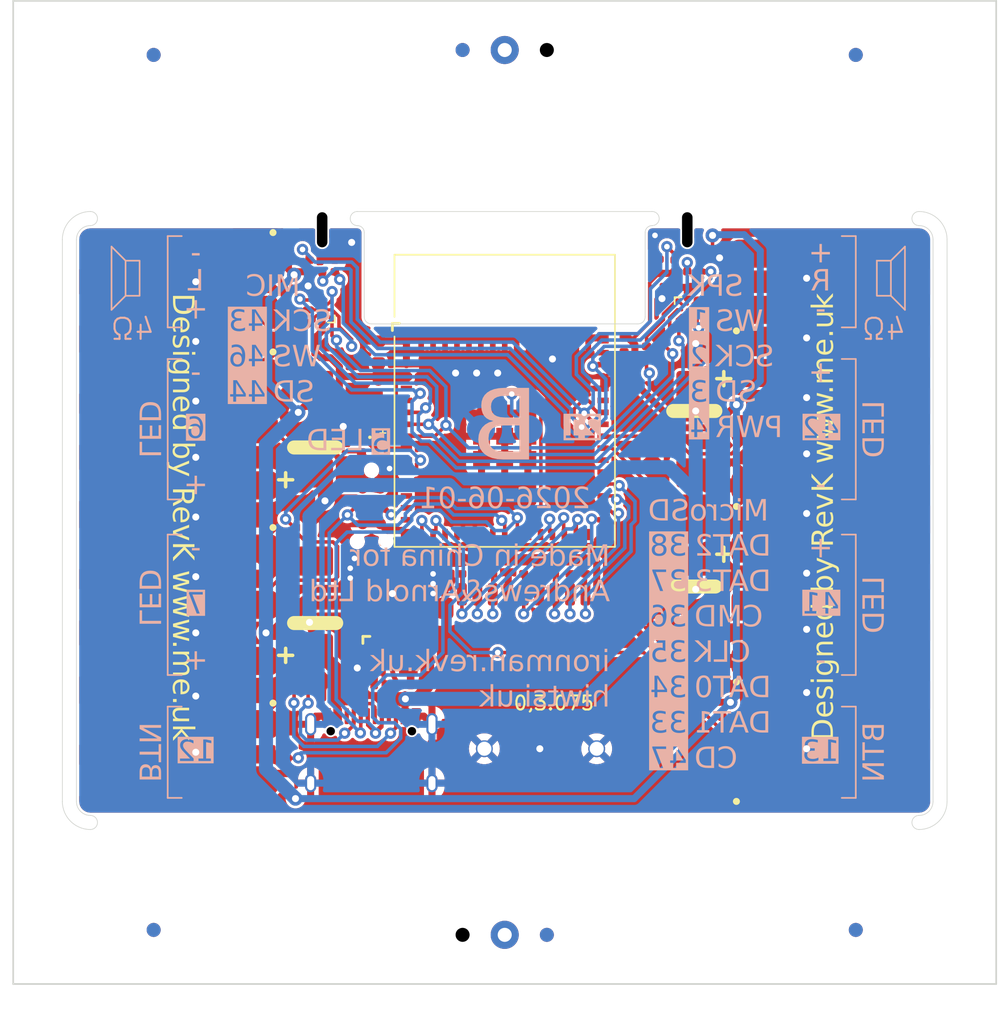
<source format=kicad_pcb>
(kicad_pcb (version 20241129) (generator "pcbnew") (generator_version "9.0")
  (title_block (title "IronManChest") (rev "1") (company "Adrian Kennard, Andrews & Arnold Ltd"))
  (layers (0 "F.Cu" signal) (2 "B.Cu" signal) (13 "F.Paste" user) (15 "B.Paste" user) (5 "F.SilkS" user "F.Silkscreen") (7 "B.SilkS" user "B.Silkscreen") (1 "F.Mask" user) (3 "B.Mask" user) (25 "Edge.Cuts" user))
  (net 0 "")
  (net 1 "GND")
  (net 2 "+3V3")
  (net 3 "Net-(J5-CC1)")
  (net 4 "D+")
  (net 5 "D-")
  (net 7 "Net-(J5-CC2)")
  (net 9 "DC")
  (net 10 "Net-(J1-Pin_2)")
  (net 11 "MICWS")
  (net 12 "MICSD")
  (net 13 "Net-(U2-EN)")
  (net 14 "MICSCK")
  (net 15 "LED1")
  (net 16 "LED2")
  (net 17 "LED0")
  (net 19 "LED3")
  (net 20 "LED4")
  (net 21 "Net-(J10-Pin_1)")
  (net 22 "Net-(J10-Pin_2)")
  (net 23 "Net-(J11-Pin_1)")
  (net 24 "Net-(J11-Pin_2)")
  (net 25 "SDDAT2")
  (net 26 "SDDAT3")
  (net 27 "SDCMD")
  (net 28 "SDDAT1")
  (net 29 "SDCLK")
  (net 30 "SDDAT0")
  (net 31 "SDCD")
  (net 32 "SPKPWR")
  (net 33 "Net-(U6-~{SD_MODE})")
  (net 51 "SPKSCK")
  (net 55 "SPKWS")
  (net 56 "SPKSD")
  (net 57 "BTNA")
  (net 58 "BTNB")
  (footprint "RevK:ICS43434_MEMS_Mic_Open" (layer "F.Cu") (at 87 83 90)
    (property "Reference" "U3" (hide yes))
    (property "Value" "L")
  )
  (footprint "RevK:DFN1006-2L" (layer "F.Cu") (at 115.5 118.5 -90)
    (property "Reference" "D2" (hide yes))
    (property "Value" "~")
  )
  (footprint "RevK:R_0402_" (layer "F.Cu") (at 93.8 113.7 180)
    (property "Reference" "R3" (hide yes))
    (property "Value" "1M" (hide yes))
  )
  (footprint "RevK:R_0402" (layer "F.Cu") (at 105.75 105.3 -90)
    (property "Reference" "R15" (hide yes))
    (property "Value" "10K" (hide yes))
  )
  (footprint "RevK:R_0402" (layer "F.Cu") (at 99.15 105.3 -90)
    (property "Reference" "R11" (hide yes))
    (property "Value" "10K" (hide yes))
  )
  (footprint "RevK:C_0402" (layer "F.Cu") (at 113.8 85.4)
    (property "Reference" "C12" (hide yes))
    (property "Value" "10uF" (hide yes))
  )
  (footprint "RevK:CP_EIA-7343-31_Kemet-D" (layer "F.Cu") (at 86.5 95.5 90)
    (property "Reference" "C5" (hide yes))
    (property "Value" "C_Polarized")
  )
  (footprint "RevK:DFN1006-2L" (layer "F.Cu") (at 110.5 97 -90)
    (property "Reference" "D5" (hide yes))
    (property "Value" "~")
  )
  (footprint "RevK:CP_EIA-7343-31_Kemet-D" (layer "F.Cu") (at 113.5 108 -90)
    (property "Reference" "C8" (hide yes))
    (property "Value" "C_Polarized")
  )
  (footprint "RevK:Tag-Connect_TC2030-IDC-NL_2x03_P1.27mm_Vertical" (layer "F.Cu") (at 90.516 100.96 -90)
    (property "Reference" "J4" (hide yes))
    (property "Value" "TC2030-USB-NL-DS")
  )
  (footprint "RevK:C_0402" (layer "F.Cu") (at 108.5 91.5 -90)
    (property "Reference" "C4" (hide yes))
    (property "Value" "1uF" (hide yes))
  )
  (footprint "RevK:ESP32-S3-MINI-1" (layer "F.Cu") (at 100 96)
    (property "Reference" "U2" (hide yes))
    (property "Value" "ESP32-S3-MINI-1" (hide yes))
  )
  (footprint "RevK:DFN1006-2L" (layer "F.Cu") (at 85.575 102.5)
    (property "Reference" "D6" (hide yes))
    (property "Value" "~")
  )
  (footprint "RevK:WAGO-2060-453-998-404" (layer "F.Cu") (at 77.5 108)
    (property "Reference" "J8" (hide yes))
    (property "Value" "3")
  )
  (footprint "RevK:R_0402_" (layer "F.Cu") (at 90.199999 113.7 180)
    (property "Reference" "R2" (hide yes))
    (property "Value" "39k2" (hide yes))
  )
  (footprint "RevK:C_0603_" (layer "F.Cu") (at 94.5 110.5 -90)
    (property "Reference" "C1" (hide yes))
    (property "Value" "10uF 35V")
  )
  (footprint "RevK:R_0402" (layer "F.Cu") (at 110.1 90.1 -90)
    (property "Reference" "R16" (hide yes))
    (property "Value" "210R" (hide yes))
  )
  (footprint "RevK:WAGO-2060-453-998-404" (layer "F.Cu") (at 122.5 108 180)
    (property "Reference" "J9" (hide yes))
    (property "Value" "4")
  )
  (footprint "RevK:R_0402" (layer "F.Cu") (at 104.65 105.3 -90)
    (property "Reference" "R14" (hide yes))
    (property "Value" "10K" (hide yes))
  )
  (footprint "RevK:WLP-1.437mmx1.347mm-0.21mm-ball" (layer "F.Cu") (at 87 87)
    (property "Reference" "U5" (hide yes))
    (property "Value" "MAX98357A")
  )
  (footprint "RevK:C_0603" (layer "F.Cu") (at 91 90 90)
    (property "Reference" "C16" (hide yes))
    (property "Value" "22uF")
  )
  (footprint "RevK:USB-C-Socket-H" (layer "F.Cu") (at 90.5 117)
    (property "Reference" "J5" (hide yes))
    (property "Value" "USB-C-Socket-H")
  )
  (footprint "RevK:R_0402" (layer "F.Cu") (at 98.05 105.3 -90)
    (property "Reference" "R10" (hide yes))
    (property "Value" "10K" (hide yes))
  )
  (footprint "RevK:R_0402" (layer "F.Cu") (at 101.35 105.3 -90)
    (property "Reference" "R12" (hide yes))
    (property "Value" "10K" (hide yes))
  )
  (footprint "RevK:ICS43434_MEMS_Mic_Open" (layer "F.Cu") (at 113 83 90)
    (property "Reference" "U4" (hide yes))
    (property "Value" "R")
  )
  (footprint "RevK:WAGO-2060-453-998-404" (layer "F.Cu") (at 122.5 95.5 180)
    (property "Reference" "J7" (hide yes))
    (property "Value" "2")
  )
  (footprint "RevK:R_0402" (layer "F.Cu") (at 84.5 120.5 -90)
    (property "Reference" "R4" (hide yes))
    (property "Value" "10K" (hide yes))
  )
  (footprint "RevK:WAGO-2060-452-998-404" (layer "F.Cu") (at 122.5 85 180)
    (property "Reference" "J11" (hide yes))
    (property "Value" "R")
  )
  (footprint "RevK:R_0402" (layer "F.Cu") (at 103.55 105.3 -90)
    (property "Reference" "R13" (hide yes))
    (property "Value" "10K" (hide yes))
  )
  (footprint "RevK:DFN1006-2L" (layer "F.Cu") (at 84.5 118.5 90)
    (property "Reference" "D1" (hide yes))
    (property "Value" "~")
  )
  (footprint "RevK:TF_PUSH" (layer "F.Cu") (at 103.5 115)
    (property "Reference" "J12" (hide yes))
    (property "Value" "TF_PUSH")
  )
  (footprint "RevK:R_0402" (layer "F.Cu") (at 96.95 105.3 -90)
    (property "Reference" "R9" (hide yes))
    (property "Value" "10K" (hide yes))
  )
  (footprint "RevK:C_0402" (layer "F.Cu") (at 111.8 85.4 180)
    (property "Reference" "C14" (hide yes))
    (property "Value" "100nF" (hide yes))
  )
  (footprint "RevK:C_0402" (layer "F.Cu") (at 84.6 82.4 -90)
    (property "Reference" "C9" (hide yes))
    (property "Value" "100nF" (hide yes))
  )
  (footprint "RevK:VCUT70N" (layer "F.Cu") (at 100 123 180)
    (property "Reference" "V2" (hide yes))
    (property "Value" "~")
  )
  (footprint "RevK:R_0402_" (layer "F.Cu") (at 92 113.7 180)
    (property "Reference" "R1" (hide yes))
    (property "Value" "124k" (hide yes))
  )
  (footprint "RevK:PCB7070" (layer "F.Cu") (at 100 100)
    (property "Reference" "PCB1" (hide yes))
    (property "Value" "70x70" (hide yes))
    (fp_line (start -35 -35) (end 35 -35) (stroke (width 0.12)) (layer "Edge.Cuts"))
    (fp_line (start -35 35) (end -35 -35) (stroke (width 0.12)) (layer "Edge.Cuts"))
    (fp_line (start 35 -35) (end 35 35) (stroke (width 0.12)) (layer "Edge.Cuts"))
    (fp_line (start 35 35) (end -35 35) (stroke (width 0.12)) (layer "Edge.Cuts"))
  )
  (footprint "RevK:C_0603_" (layer "F.Cu") (at 92 109.8 180)
    (property "Reference" "C3" (hide yes))
    (property "Value" "100nF")
  )
  (footprint "RevK:WAGO-2060-452-998-404" (layer "F.Cu") (at 122.5 118.5 180)
    (property "Reference" "J3" (hide yes))
    (property "Value" "B")
  )
  (footprint "RevK:R_0402" (layer "F.Cu") (at 115.5 116.5 90)
    (property "Reference" "R5" (hide yes))
    (property "Value" "10K" (hide yes))
  )
  (footprint "RevK:SOT-23-6-MD8942" (layer "F.Cu") (at 92 111.8 180)
    (property "Reference" "U1" (hide yes))
    (property "Value" "MD8942")
  )
  (footprint "RevK:C_0402" (layer "F.Cu") (at 86 89 180)
    (property "Reference" "C13" (hide yes))
    (property "Value" "100nF" (hide yes))
  )
  (footprint "RevK:C_0402" (layer "F.Cu") (at 111 83.9 -90)
    (property "Reference" "C10" (hide yes))
    (property "Value" "100nF" (hide yes))
  )
  (footprint "RevK:C_0603_" (layer "F.Cu") (at 89.5 110.5 -90)
    (property "Reference" "C2" (hide yes))
    (property "Value" "10uF 6.3V")
  )
  (footprint "RevK:R_0402" (layer "F.Cu") (at 108.5 89.5 -90)
    (property "Reference" "R6" (hide yes))
    (property "Value" "10K" (hide yes))
  )
  (footprint "RevK:CP_EIA-7343-31_Kemet-D" (layer "F.Cu") (at 86.5 108 90)
    (property "Reference" "C7" (hide yes))
    (property "Value" "C_Polarized")
  )
  (footprint "RevK:WAGO-2060-452-998-404" (layer "F.Cu") (at 77.5 85)
    (property "Reference" "J10" (hide yes))
    (property "Value" "L")
  )
  (footprint "RevK:R_0402" (layer "F.Cu") (at 85 113.5 -90)
    (property "Reference" "R8" (hide yes))
    (property "Value" "5K1" (hide yes))
  )
  (footprint "RevK:C_0402" (layer "F.Cu") (at 86 90 180)
    (property "Reference" "C11" (hide yes))
    (property "Value" "10uF" (hide yes))
  )
  (footprint "RevK:R_0402" (layer "F.Cu") (at 86 113.5 90)
    (property "Reference" "R7" (hide yes))
    (property "Value" "5K1" (hide yes))
  )
  (footprint "RevK:SMD1010" (layer "F.Cu") (at 91.2 96.5)
    (property "Reference" "D3" (hide yes))
    (property "Value" "XL-1010RGBC-WS2812B" (hide yes))
  )
  (footprint "RevK:WAGO-2060-453-998-404" (layer "F.Cu") (at 77.5 95.5)
    (property "Reference" "J6" (hide yes))
    (property "Value" "1")
  )
  (footprint "RevK:DFN1006-2L" (layer "F.Cu") (at 89.8 96.7 90)
    (property "Reference" "D4" (hide yes))
    (property "Value" "~")
  )
  (footprint "RevK:VCUT70N" (layer "F.Cu") (at 100 81)
    (property "Reference" "V3" (hide yes))
    (property "Value" "~")
  )
  (footprint "RevK:C_0402" (layer "F.Cu") (at 91 92.5 -90)
    (property "Reference" "C15" (hide yes))
    (property "Value" "100nF" (hide yes))
  )
  (footprint "RevK:DFN1006-2L" (layer "F.Cu") (at 111 103 180)
    (property "Reference" "D7" (hide yes))
    (property "Value" "~")
  )
  (footprint "RevK:CP_EIA-7343-31_Kemet-D" (layer "F.Cu") (at 113.5 95.5 -90)
    (property "Reference" "C6" (hide yes))
    (property "Value" "C_Polarized")
  )
  (footprint "RevK:L_4x4_" (layer "F.Cu") (at 92 107.2 180)
    (property "Reference" "L1" (hide yes))
    (property "Value" "10uH")
  )
  (footprint "RevK:WLP-1.437mmx1.347mm-0.21mm-ball" (layer "F.Cu") (at 113 87 180)
    (property "Reference" "U6" (hide yes))
    (property "Value" "MAX98357A")
  )
  (footprint "RevK:WAGO-2060-452-998-404" (layer "F.Cu") (at 77.5 118.5)
    (property "Reference" "J2" (hide yes))
    (property "Value" "A")
  )
  (footprint "RevK:AA-Pad" (layer "B.Cu") (at 100 95.5 180)
    (property "Reference" "J1" (hide yes))
    (property "Value" "Reset")
  )
  (gr_line (start 77 103) (end 76 103) (stroke (width 0.12)) (layer "B.SilkS"))
  (gr_line (start 72 87) (end 73 86) (stroke (width 0.12)) (layer "B.SilkS"))
  (gr_line (start 124 88.25) (end 125 88.25) (stroke (width 0.12)) (layer "B.SilkS"))
  (gr_line (start 125 121.75) (end 125 115.25) (stroke (width 0.12)) (layer "B.SilkS"))
  (gr_line (start 124 113) (end 125 113) (stroke (width 0.12)) (layer "B.SilkS"))
  (gr_line (start 124 121.75) (end 125 121.75) (stroke (width 0.12)) (layer "B.SilkS"))
  (gr_line (start 125 88.25) (end 125 81.75) (stroke (width 0.12)) (layer "B.SilkS"))
  (gr_line (start 76 121.75) (end 77 121.75) (stroke (width 0.12)) (layer "B.SilkS"))
  (gr_line (start 124 100.5) (end 125 100.5) (stroke (width 0.12)) (layer "B.SilkS"))
  (gr_line (start 76 90.5) (end 76 100.5) (stroke (width 0.12)) (layer "B.SilkS"))
  (gr_line (start 127.5 83.5) (end 128.5 82.5) (stroke (width 0.12)) (layer "B.SilkS"))
  (gr_line (start 76 113) (end 77 113) (stroke (width 0.12)) (layer "B.SilkS"))
  (gr_line (start 76 88.25) (end 77 88.25) (stroke (width 0.12)) (layer "B.SilkS"))
  (gr_line (start 128.5 87) (end 127.5 86) (stroke (width 0.12)) (layer "B.SilkS"))
  (gr_rect (start 73 83.5) (end 74 86) (stroke (width 0.12)) (fill no) (layer "B.SilkS"))
  (gr_line (start 128.5 82.5) (end 128.5 87) (stroke (width 0.12)) (layer "B.SilkS"))
  (gr_line (start 125 90.5) (end 124 90.5) (stroke (width 0.12)) (layer "B.SilkS"))
  (gr_line (start 125 115.25) (end 124 115.25) (stroke (width 0.12)) (layer "B.SilkS"))
  (gr_line (start 125 113) (end 125 103) (stroke (width 0.12)) (layer "B.SilkS"))
  (gr_line (start 76 90.5) (end 77 90.5) (stroke (width 0.12)) (layer "B.SilkS"))
  (gr_line (start 125 103) (end 124 103) (stroke (width 0.12)) (layer "B.SilkS"))
  (gr_line (start 76 100.5) (end 77 100.5) (stroke (width 0.12)) (layer "B.SilkS"))
  (gr_rect (start 126.5 83.5) (end 127.5 86) (stroke (width 0.12)) (fill no) (layer "B.SilkS"))
  (gr_line (start 125 81.75) (end 124 81.75) (stroke (width 0.12)) (layer "B.SilkS"))
  (gr_line (start 76 115.25) (end 76 121.75) (stroke (width 0.12)) (layer "B.SilkS"))
  (gr_line (start 125 100.5) (end 125 90.5) (stroke (width 0.12)) (layer "B.SilkS"))
  (gr_line (start 72 82.5) (end 72 87) (stroke (width 0.12)) (layer "B.SilkS"))
  (gr_line (start 76 81.75) (end 76 88.25) (stroke (width 0.12)) (layer "B.SilkS"))
  (gr_line (start 77 81.75) (end 76 81.75) (stroke (width 0.12)) (layer "B.SilkS"))
  (gr_line (start 76 103) (end 76 113) (stroke (width 0.12)) (layer "B.SilkS"))
  (gr_line (start 77 115.25) (end 76 115.25) (stroke (width 0.12)) (layer "B.SilkS"))
  (gr_line (start 73 83.5) (end 72 82.5) (stroke (width 0.12)) (layer "B.SilkS"))
  (gr_arc (start 89.5 81) (mid 89 80.5) (end 89.5 80) (stroke (width 0.05)) (layer "Edge.Cuts"))
  (gr_line (start 68.5 122) (end 68.5 82) (stroke (width 0.05)) (layer "Edge.Cuts"))
  (gr_line (start 110 87.5) (end 110 81.5) (stroke (width 0.05)) (layer "Edge.Cuts"))
  (gr_arc (start 89.5 81) (mid 89.853553 81.146447) (end 90 81.5) (stroke (width 0.05)) (layer "Edge.Cuts"))
  (gr_arc (start 131.5 122) (mid 130.914214 123.414214) (end 129.5 124) (stroke (width 0.05)) (layer "Edge.Cuts"))
  (gr_arc (start 110 87.5) (mid 109.853553 87.853553) (end 109.5 88) (stroke (width 0.05)) (layer "Edge.Cuts"))
  (gr_line (start 90 87.5) (end 90 81.5) (stroke (width 0.05)) (layer "Edge.Cuts"))
  (gr_line (start 69.5 82) (end 69.5 122) (stroke (width 0.05)) (layer "Edge.Cuts"))
  (gr_line (start 131.5 122) (end 131.5 82) (stroke (width 0.05)) (layer "Edge.Cuts"))
  (gr_arc (start 129.5 124) (mid 129 123.5) (end 129.5 123) (stroke (width 0.05)) (layer "Edge.Cuts"))
  (gr_arc (start 70.5 123) (mid 71 123.5) (end 70.5 124) (stroke (width 0.05)) (layer "Edge.Cuts"))
  (gr_arc (start 110 81.5) (mid 110.146447 81.146447) (end 110.5 81) (stroke (width 0.05)) (layer "Edge.Cuts"))
  (gr_line (start 90.5 88) (end 109.5 88) (stroke (width 0.05)) (layer "Edge.Cuts"))
  (gr_arc (start 68.5 82) (mid 69.085786 80.585786) (end 70.5 80) (stroke (width 0.05)) (layer "Edge.Cuts"))
  (gr_arc (start 130.5 122) (mid 130.207107 122.707107) (end 129.5 123) (stroke (width 0.05)) (layer "Edge.Cuts"))
  (gr_arc (start 110.5 80) (mid 111 80.5) (end 110.5 81) (stroke (width 0.05)) (layer "Edge.Cuts"))
  (gr_arc (start 69.5 82) (mid 69.792893 81.292893) (end 70.5 81) (stroke (width 0.05)) (layer "Edge.Cuts"))
  (gr_line (start 110.5 80) (end 89.5 80) (stroke (width 0.05)) (layer "Edge.Cuts"))
  (gr_arc (start 129.5 81) (mid 130.207107 81.292893) (end 130.5 82) (stroke (width 0.05)) (layer "Edge.Cuts"))
  (gr_line (start 130.5 82) (end 130.5 122) (stroke (width 0.05)) (layer "Edge.Cuts"))
  (gr_arc (start 129.5 81) (mid 129 80.5) (end 129.5 80) (stroke (width 0.05)) (layer "Edge.Cuts"))
  (gr_arc (start 90.5 88) (mid 90.146447 87.853553) (end 90 87.5) (stroke (width 0.05)) (layer "Edge.Cuts"))
  (gr_arc (start 70.5 124) (mid 69.085786 123.414214) (end 68.5 122) (stroke (width 0.05)) (layer "Edge.Cuts"))
  (gr_arc (start 129.5 80) (mid 130.914214 80.585786) (end 131.5 82) (stroke (width 0.05)) (layer "Edge.Cuts"))
  (gr_arc (start 70.5 80) (mid 71 80.5) (end 70.5 81) (stroke (width 0.05)) (layer "Edge.Cuts"))
  (gr_arc (start 70.5 123) (mid 69.792893 122.707107) (end 69.5 122) (stroke (width 0.05)) (layer "Edge.Cuts"))
  (gr_text "Designed by RevK www.me.uk" (at 77 101.75 270) (layer "F.SilkS") (effects (font (size 1.5 1.5))))
  (gr_text "Designed by RevK www.me.uk" (at 122.75 101.75 90) (layer "F.SilkS") (effects (font (size 1.5 1.5))))
  (gr_text "43\n46\n44" (at 83 87 0) (layer "B.SilkS" knockout) (effects (font (size 1.5 1.5)) (justify left top mirror)))
  (gr_text "+" (at 78 112 0) (layer "B.SilkS") (effects (font (size 1.5 1.5)) (justify mirror)))
  (gr_text "SCK\nWS\nSD" (at 83.5 87 0) (layer "B.SilkS") (effects (font (size 1.5 1.5)) (justify right top mirror)))
  (gr_text "DAT2\nDAT3\nCMD\nCLK\nDAT0\nDAT1\nCD" (at 113.5 103 0) (layer "B.SilkS") (effects (font (size 1.5 1.5)) (justify right top mirror)))
  (gr_text "BTN" (at 75.5 118.5 270) (layer "B.SilkS") (effects (font (size 1.5 1.5)) (justify top mirror)))
  (gr_text "13" (at 122.5 118.5 0) (layer "B.SilkS" knockout) (effects (font (size 1.5 1.5)) (justify mirror)))
  (gr_text "-" (at 78 83 0) (layer "B.SilkS") (effects (font (size 1.5 1.5)) (justify mirror)))
  (gr_text "L" (at 78 85 0) (layer "B.SilkS") (effects (font (size 1.5 1.5)) (justify mirror)))
  (gr_text "-" (at 122.5 99.5 0) (layer "B.SilkS") (effects (font (size 1.5 1.5)) (justify mirror)))
  (gr_text "MIC" (at 83.5 84.5 0) (layer "B.SilkS") (effects (font (size 1.5 1.5)) (justify top mirror)))
  (gr_text "4Ω" (at 73.5 87.5 0) (layer "B.SilkS") (effects (font (size 1.5 1.5)) (justify top mirror)))
  (gr_text "38\n37\n36\n35\n34\n33\n47" (at 113 103 0) (layer "B.SilkS" knockout) (effects (font (size 1.5 1.5)) (justify left top mirror)))
  (gr_text "MicroSD" (at 114.5 100.5 0) (layer "B.SilkS") (effects (font (size 1.5 1.5)) (justify top mirror)))
  (gr_text "-" (at 122.5 87 0) (layer "B.SilkS") (effects (font (size 1.5 1.5)) (justify mirror)))
  (gr_text "-" (at 78 91.5 0) (layer "B.SilkS") (effects (font (size 1.5 1.5)) (justify mirror)))
  (gr_text "LED" (at 125.5 108 90) (layer "B.SilkS") (effects (font (size 1.5 1.5)) (justify top mirror)))
  (gr_text "R" (at 122.5 85 0) (layer "B.SilkS") (effects (font (size 1.5 1.5)) (justify mirror)))
  (gr_text "42" (at 122.5 95.5 0) (layer "B.SilkS" knockout) (effects (font (size 1.5 1.5)) (justify mirror)))
  (gr_text "+" (at 122.5 83 0) (layer "B.SilkS") (effects (font (size 1.5 1.5)) (justify mirror)))
  (gr_text "4Ω" (at 127 87.5 0) (layer "B.SilkS") (effects (font (size 1.5 1.5)) (justify top mirror)))
  (gr_text "${CURRENT_DATE}" (at 100 100.5 0) (layer "B.SilkS") (effects (font (size 1.5 1.5)) (justify mirror)))
  (gr_text "+" (at 122.5 104 0) (layer "B.SilkS") (effects (font (size 1.5 1.5)) (justify mirror)))
  (gr_text "-" (at 122.5 112 0) (layer "B.SilkS") (effects (font (size 1.5 1.5)) (justify mirror)))
  (gr_text "-" (at 78 104 0) (layer "B.SilkS") (effects (font (size 1.5 1.5)) (justify mirror)))
  (gr_text "BTN" (at 125.5 118.5 90) (layer "B.SilkS") (effects (font (size 1.5 1.5)) (justify top mirror)))
  (gr_text "LED" (at 75.5 107.5 -90) (layer "B.SilkS") (effects (font (size 1.5 1.5)) (justify top mirror)))
  (gr_text "+" (at 78 87 0) (layer "B.SilkS") (effects (font (size 1.5 1.5)) (justify mirror)))
  (gr_text "+" (at 78 99.5 0) (layer "B.SilkS") (effects (font (size 1.5 1.5)) (justify mirror)))
  (gr_text "5" (at 90.5 96.5 0) (layer "B.SilkS" knockout) (effects (font (size 1.5 1.5)) (justify right mirror)))
  (gr_text "41" (at 122.5 108 0) (layer "B.SilkS" knockout) (effects (font (size 1.5 1.5)) (justify mirror)))
  (gr_text "LED" (at 125.5 95.5 90) (layer "B.SilkS") (effects (font (size 1.5 1.5)) (justify top mirror)))
  (gr_text "LED" (at 90 95.5 0) (layer "B.SilkS") (effects (font (size 1.5 1.5)) (justify left top mirror)))
  (gr_text "ironman.revk.uk\nhiwtsi.uk" (at 107.5 115.5 0) (layer "B.SilkS") (effects (font (size 1.5 1.5)) (justify left bottom mirror)))
  (gr_text "WS\nSCK\nSD\nPWR" (at 115 87 0) (layer "B.SilkS") (effects (font (size 1.5 1.5)) (justify right top mirror)))
  (gr_text "LED" (at 75.5 95.5 -90) (layer "B.SilkS") (effects (font (size 1.5 1.5)) (justify top mirror)))
  (gr_text "21" (at 105.5 95.5 0) (layer "B.SilkS" knockout) (effects (font (size 1.5 1.5)) (justify mirror)))
  (gr_text "12" (at 78 118.5 0) (layer "B.SilkS" knockout) (effects (font (size 1.5 1.5)) (justify mirror)))
  (gr_text "Made in China for\nAndrews&Arnold Ltd" (at 107.5 108 0) (layer "B.SilkS") (effects (font (size 1.5 1.5)) (justify left bottom mirror)))
  (gr_text "7" (at 78 108 0) (layer "B.SilkS" knockout) (effects (font (size 1.5 1.5)) (justify mirror)))
  (gr_text "6" (at 78 95.5 0) (layer "B.SilkS" knockout) (effects (font (size 1.5 1.5)) (justify mirror)))
  (gr_text "1\n2\n3\n4" (at 114.5 87 0) (layer "B.SilkS" knockout) (effects (font (size 1.5 1.5)) (justify left top mirror)))
  (gr_text "+" (at 122.5 91.5 0) (layer "B.SilkS") (effects (font (size 1.5 1.5)) (justify mirror)))
  (gr_text "SPK" (at 115 84.5 0) (layer "B.SilkS") (effects (font (size 1.5 1.5)) (justify top mirror)))
  (segment (start 85.6125 91.5) (end 86.5 92.3875) (width 1) (layer "F.Cu") (net 1))
  (segment (start 115.7 84.4) (end 115.7 83.7) (width 0.25) (layer "F.Cu") (net 1))
  (segment (start 113.6 89.374695) (end 113.6 89.4) (width 0.25) (layer "F.Cu") (net 1))
  (segment (start 114.7 85.4) (end 115.7 84.4) (width 0.25) (layer "F.Cu") (net 1))
  (segment (start 113 87) (end 113 87.4) (width 0.2) (layer "F.Cu") (net 1))
  (segment (start 84.6 81.9) (end 84.15 81.45) (width 0.5) (layer "F.Cu") (net 1))
  (segment (start 113 88.774695) (end 113.6 89.374695) (width 0.25) (layer "F.Cu") (net 1))
  (segment (start 107.6 92) (end 107 92.6) (width 0.5) (layer "F.Cu") (net 1))
  (segment (start 87 86.3) (end 86 85.3) (width 0.25) (layer "F.Cu") (net 1))
  (segment (start 113 87.7) (end 113 88.774695) (width 0.25) (layer "F.Cu") (net 1))
  (segment (start 111.3 85.4) (end 111.3 86.1) (width 0.25) (layer "F.Cu") (net 1))
  (segment (start 111 83.4) (end 110.7 83.1) (width 0.5) (layer "F.Cu") (net 1))
  (segment (start 72.85 91.5) (end 82.1 91.5) (width 1) (layer "F.Cu") (net 1))
  (segment (start 114.3875 99.5) (end 113.5 98.6125) (width 1) (layer "F.Cu") (net 1))
  (segment (start 108.5 92) (end 107.6 92) (width 0.5) (layer "F.Cu") (net 1))
  (segment (start 114.3 85.4) (end 114.7 85.4) (width 0.25) (layer "F.Cu") (net 1))
  (segment (start 90.87745 89.225) (end 89.1 87.44755) (width 0.5) (layer "F.Cu") (net 1))
  (segment (start 94.24 115.93) (end 94.82 116.51) (width 0.5) (layer "F.Cu") (net 1))
  (segment (start 107.25 92) (end 107 91.75) (width 0.5) (layer "F.Cu") (net 1))
  (segment (start 93 89) (end 93 90.9) (width 0.5) (layer "F.Cu") (net 1))
  (segment (start 91.151 102.23) (end 89.881 102.23) (width 0.5) (layer "F.Cu") (net 1))
  (segment (start 117.9 112) (end 114.3875 112) (width 1) (layer "F.Cu") (net 1))
  (segment (start 92.775 89.225) (end 93 89) (width 0.5) (layer "F.Cu") (net 1))
  (segment (start 82.1 91.5) (end 85.6125 91.5) (width 1) (layer "F.Cu") (net 1))
  (segment (start 117.9 99.5) (end 114.3875 99.5) (width 1) (layer "F.Cu") (net 1))
  (segment (start 115.7 83.7) (end 115.3 83.3) (width 0.25) (layer "F.Cu") (net 1))
  (segment (start 108.5 92) (end 107.25 92) (width 0.5) (layer "F.Cu") (net 1))
  (segment (start 86.76 115.93) (end 86.18 116.51) (width 0.5) (layer "F.Cu") (net 1))
  (segment (start 114.3875 112) (end 113.5 111.1125) (width 1) (layer "F.Cu") (net 1))
  (segment (start 82.9875 104.8875) (end 86.5 104.8875) (width 1) (layer "F.Cu") (net 1))
  (segment (start 90.06538 96.275) (end 89.8 96.275) (width 0.25) (layer "F.Cu") (net 1))
  (segment (start 90.71538 96.925) (end 90.06538 96.275) (width 0.25) (layer "F.Cu") (net 1))
  (segment (start 93.7 115.93) (end 94.24 115.93) (width 0.5) (layer "F.Cu") (net 1))
  (segment (start 82.1 104) (end 72.85 104) (width 1) (layer "F.Cu") (net 1))
  (segment (start 89.1 87.44755) (end 89.1 82.2) (width 0.5) (layer "F.Cu") (net 1))
  (segment (start 87.3 115.93) (end 86.76 115.93) (width 0.5) (layer "F.Cu") (net 1))
  (segment (start 72.85 116.5) (end 82.1 116.5) (width 1) (layer "F.Cu") (net 1))
  (segment (start 82.1 104) (end 82.9875 104.8875) (width 1) (layer "F.Cu") (net 1))
  (segment (start 92.7 102.7) (end 91.621 102.7) (width 0.5) (layer "F.Cu") (net 1))
  (segment (start 117.9 112) (end 127.15 112) (width 1) (layer "F.Cu") (net 1))
  (segment (start 117.9 120.5) (end 127.15 120.5) (width 1) (layer "F.Cu") (net 1))
  (segment (start 110.7 83.1) (end 110.7 81.7) (width 0.5) (layer "F.Cu") (net 1))
  (segment (start 93 103) (end 92.7 102.7) (width 0.5) (layer "F.Cu") (net 1))
  (segment (start 127.15 99.5) (end 117.9 99.5) (width 1) (layer "F.Cu") (net 1))
  (segment (start 91.621 102.7) (end 91.151 102.23) (width 0.5) (layer "F.Cu") (net 1))
  (segment (start 91 89.225) (end 92.775 89.225) (width 0.5) (layer "F.Cu") (net 1))
  (segment (start 87 87) (end 87 86.6) (width 0.2) (layer "F.Cu") (net 1))
  (segment (start 111.3 86.1) (end 111.2 86.2) (width 0.25) (layer "F.Cu") (net 1))
  (segment (start 84.15 81.45) (end 80.7 81.45) (width 0.5) (layer "F.Cu") (net 1))
  (via (at 78 114.5) (size 1) (drill 0.5) (layers "F.Cu" "B.Cu") (net 1))
  (via (at 78 106) (size 1) (drill 0.5) (layers "F.Cu" "B.Cu") (net 1))
  (via (at 110.7 81.7) (size 0.8) (drill 0.4) (layers "F.Cu" "B.Cu") (net 1))
  (via (at 78 118.5) (size 1) (drill 0.5) (layers "F.Cu" "B.Cu") (net 1))
  (via (at 86 85.3) (size 1) (drill 0.5) (layers "F.Cu" "B.Cu") (net 1))
  (via (at 78 89.25) (size 1) (drill 0.5) (layers "F.Cu" "B.Cu") (net 1))
  (via (at 89.3 104.7) (size 0.8) (drill 0.4) (layers "F.Cu" "B.Cu") (net 1))
  (via (at 121.5 118.25) (size 1) (drill 0.5) (layers "F.Cu" "B.Cu") (net 1))
  (via (at 91.8 98.3) (size 0.8) (drill 0.4) (layers "F.Cu" "B.Cu") (net 1))
  (via (at 121.5 93.25) (size 1) (drill 0.5) (layers "F.Cu" "B.Cu") (net 1))
  (via (at 113.6 89.4) (size 1) (drill 0.5) (layers "F.Cu" "B.Cu") (net 1))
  (via (at 94.9 105.8) (size 0.8) (drill 0.4) (layers "F.Cu" "B.Cu") (net 1))
  (via (at 89.1 82.2) (size 1) (drill 0.5) (layers "F.Cu" "B.Cu") (net 1))
  (via (at 78 85) (size 1) (drill 0.5) (layers "F.Cu" "B.Cu") (net 1))
  (via (at 94.9 107.2) (size 0.8) (drill 0.4) (layers "F.Cu" "B.Cu") (net 1))
  (via (at 121.5 109.75) (size 1) (drill 0.5) (layers "F.Cu" "B.Cu") (net 1))
  (via (at 121.5 84.75) (size 1) (drill 0.5) (layers "F.Cu" "B.Cu") (net 1))
  (via (at 103.4 90.5) (size 1) (drill 0.5) (layers "F.Cu" "B.Cu") (net 1))
  (via (at 121.5 97.25) (size 1) (drill 0.5) (layers "F.Cu" "B.Cu") (net 1))
  (via (at 89.5 112.5) (size 1) (drill 0.5) (layers "F.Cu" "B.Cu") (net 1))
  (via (at 78 97.5) (size 1) (drill 0.5) (layers "F.Cu" "B.Cu") (net 1))
  (via (at 78 110) (size 1) (drill 0.5) (layers "F.Cu" "B.Cu") (net 1))
  (via (at 96.5 91.5) (size 1) (drill 0.5) (layers "F.Cu" "B.Cu") (net 1))
  (via (at 89 106.1) (size 0.8) (drill 0.4) (layers "F.Cu" "B.Cu") (net 1))
  (via (at 121.5 114.25) (size 1) (drill 0.5) (layers "F.Cu" "B.Cu") (net 1))
  (via (at 121.5 105.75) (size 1) (drill 0.5) (layers "F.Cu" "B.Cu") (net 1))
  (via (at 102.5 118.25) (size 1) (drill 0.5) (layers "F.Cu" "B.Cu") (net 1))
  (via (at 89 105.4) (size 0.8) (drill 0.4) (layers "F.Cu" "B.Cu") (net 1))
  (via (at 78 93.5) (size 1) (drill 0.5) (layers "F.Cu" "B.Cu") (net 1))
  (via (at 98 91.5) (size 1) (drill 0.5) (layers "F.Cu" "B.Cu") (net 1))
  (via (at 94.9 106.5) (size 0.8) (drill 0.4) (layers "F.Cu" "B.Cu") (net 1))
  (via (at 92 107.2) (size 1) (drill 0.5) (layers "F.Cu" "B.Cu") (net 1))
  (via (at 88.5 95.3) (size 1) (drill 0.5) (layers "F.Cu" "B.Cu") (net 1))
  (via (at 121.5 89) (size 1) (drill 0.5) (layers "F.Cu" "B.Cu") (net 1))
  (via (at 115.3 83.3) (size 1) (drill 0.5) (layers "F.Cu" "B.Cu") (net 1))
  (via (at 99.5 91.5) (size 1) (drill 0.5) (layers "F.Cu" "B.Cu") (net 1))
  (via (at 111.2 86.2) (size 1) (drill 0.5) (layers "F.Cu" "B.Cu") (net 1))
  (via (at 78 101.75) (size 1) (drill 0.5) (layers "F.Cu" "B.Cu") (net 1))
  (via (at 121.5 101.5) (size 1) (drill 0.5) (layers "F.Cu" "B.Cu") (net 1))
  (segment (start 106.4 104.8) (end 105.75 104.8) (width 0.5) (layer "F.Cu") (net 2))
  (segment (start 92.275 95.915) (end 92.275 91.825) (width 0.25) (layer "F.Cu") (net 2))
  (segment (start 86.1 84.289) (end 85.211 84.289) (width 0.5) (layer "F.Cu") (net 2))
  (segment (start 113.25 95.4) (end 112.476776 95.4) (width 0.5) (layer "F.Cu") (net 2))
  (segment (start 110.326446 87.873554) (end 110.326446 85.073554) (width 0.25) (layer "F.Cu") (net 2))
  (segment (start 114.8 82.567) (end 114.8 81.7) (width 0.25) (layer "F.Cu") (net 2))
  (segment (start 92.115 96.075) (end 92.275 95.915) (width 0.25) (layer "F.Cu") (net 2))
  (segment (start 96.95 104.8) (end 96.2 104.8) (width 1) (layer "F.Cu") (net 2))
  (segment (start 91.625 96.075) (end 92.115 96.075) (width 0.25) (layer "F.Cu") (net 2))
  (segment (start 113 85.4) (end 113 86.206909) (width 0.5) (layer "F.Cu") (net 2))
  (segment (start 108.5 89) (end 109.2 89) (width 0.25) (layer "F.Cu") (net 2))
  (segment (start 111 84.4) (end 111.989 84.4) (width 0.5) (layer "F.Cu") (net 2))
  (segment (start 96.05 104.65) (end 90.85 104.65) (width 1) (layer "F.Cu") (net 2))
  (segment (start 90.85 104.65) (end 90.5 105) (width 1) (layer "F.Cu") (net 2))
  (segment (start 114.85 95.4) (end 116.5 93.75) (width 0.5) (layer "F.Cu") (net 2))
  (segment (start 87 88.5) (end 87 87.793091) (width 0.5) (layer "F.Cu") (net 2))
  (segment (start 109.27 89.47) (end 108.8 89) (width 0.5) (layer "F.Cu") (net 2))
  (segment (start 87.821878 93.875) (end 88.225 93.471878) (width 0.5) (layer "F.Cu") (net 2))
  (segment (start 84.5 121.2) (end 85.1 121.8) (width 0.25) (layer "F.Cu") (net 2))
  (segment (start 112.476776 95.4) (end 109.27 92.193224) (width 0.5) (layer "F.Cu") (net 2))
  (segment (start 87.590001 90.409999) (end 86.909999 90.409999) (width 0.5) (layer "F.Cu") (net 2))
  (segment (start 86.5 89) (end 87 88.5) (width 0.5) (layer "F.Cu") (net 2))
  (segment (start 96.2 104.8) (end 96.05 104.65) (width 1) (layer "F.Cu") (net 2))
  (segment (start 115.5 115.515766) (end 115.5 116) (width 0.25) (layer "F.Cu") (net 2))
  (segment (start 105.75 104.8) (end 102.4 104.8) (width 0.8) (layer "F.Cu") (net 2))
  (segment (start 113 85.4) (end 112.3 85.4) (width 0.5) (layer "F.Cu") (net 2))
  (segment (start 102.45 104.85) (end 102.4 104.8) (width 0.8) (layer "F.Cu") (net 2))
  (segment (start 91.25 91.75) (end 88.275 91.75) (width 0.5) (layer "F.Cu") (net 2))
  (segment (start 110.326446 85.073554) (end 111 84.4) (width 0.25) (layer "F.Cu") (net 2))
  (segment (start 91 90.775) (end 91 92) (width 0.8) (layer "F.Cu") (net 2))
  (segment (start 90.2 108.2) (end 89.845 107.845) (width 1) (layer "F.Cu") (net 2))
  (segment (start 91.25 91.75) (end 91 92) (width 0.8) (layer "F.Cu") (net 2))
  (segment (start 85.211 84.289) (end 85 84.5) (width 0.5) (layer "F.Cu") (net 2))
  (segment (start 112.1 84.289) (end 112.1 85.2) (width 0.5) (layer "F.Cu") (net 2))
  (segment (start 113.9 83.467) (end 114.8 82.567) (width 0.25) (layer "F.Cu") (net 2))
  (segment (start 88.275 91.75) (end 88.225 91.8) (width 0.5) (layer "F.Cu") (net 2))
  (segment (start 108.8 89) (end 108.5 89) (width 0.5) (layer "F.Cu") (net 2))
  (segment (start 111.989 84.4) (end 112.1 84.289) (width 0.5) (layer "F.Cu") (net 2))
  (segment (start 102.45 107.25) (end 102.45 104.85) (width 0.8) (layer "F.Cu") (net 2))
  (segment (start 90.5 105) (end 90.5 107.2) (width 1) (layer "F.Cu") (net 2))
  (segment (start 106.55 104.95) (end 106.4 104.8) (width 0.5) (layer "F.Cu") (net 2))
  (segment (start 93 91.75) (end 91.25 91.75) (width 0.8) (layer "F.Cu") (net 2))
  (segment (start 85.725 93.875) (end 87.821878 93.875) (width 0.5) (layer "F.Cu") (net 2))
  (segment (start 92.35 91.75) (end 93 91.75) (width 0.25) (layer "F.Cu") (net 2))
  (segment (start 84.5 121) (end 84.5 121.2) (width 0.25) (layer "F.Cu") (net 2))
  (segment (start 88.225 91.044998) (end 88.225 91.8) (width 0.5) (layer "F.Cu") (net 2))
  (segment (start 114.519134 114.941012) (end 106.55 106.971878) (width 0.5) (layer "F.Cu") (net 2))
  (segment (start 116.074754 114.941012) (end 115.5 115.515766) (width 0.25) (layer "F.Cu") (net 2))
  (segment (start 113.3 85.4) (end 113 85.4) (width 0.5) (layer "F.Cu") (net 2))
  (segment (start 112.1 85.2) (end 112.3 85.4) (width 0.5) (layer "F.Cu") (net 2))
  (segment (start 102.4 104.8) (end 96.95 104.8) (width 0.8) (layer "F.Cu") (net 2))
  (segment (start 89.845 107.845) (end 85.807943 107.845) (width 1) (layer "F.Cu") (net 2))
  (segment (start 92.275 91.825) (end 92.35 91.75) (width 0.25) (layer "F.Cu") (net 2))
  (segment (start 109.2 89) (end 110.326446 87.873554) (width 0.25) (layer "F.Cu") (net 2))
  (segment (start 84.6 84.1) (end 85 84.5) (width 0.5) (layer "F.Cu") (net 2))
  (segment (start 85.807943 107.845) (end 83.652943 110) (width 1) (layer "F.Cu") (net 2))
  (segment (start 85.3 94.3) (end 85.725 93.875) (width 0.5) (layer "F.Cu") (net 2))
  (segment (start 106.55 106.971878) (end 106.55 104.95) (width 0.5) (layer "F.Cu") (net 2))
  (segment (start 84.6 82.9) (end 84.6 84.1) (width 0.5) (layer "F.Cu") (net 2))
  (segment (start 113.25 95.4) (end 114.85 95.4) (width 0.5) (layer "F.Cu") (net 2))
  (segment (start 87.590001 90.409999) (end 88.225 91.044998) (width 0.5) (layer "F.Cu") (net 2))
  (segment (start 109.27 92.193224) (end 109.27 89.47) (width 0.5) (layer "F.Cu") (net 2))
  (segment (start 83.652943 110) (end 83 110) (width 1) (layer "F.Cu") (net 2))
  (segment (start 86.5 89) (end 86.5 90) (width 0.5) (layer "F.Cu") (net 2))
  (segment (start 86.909999 90.409999) (end 86.5 90) (width 0.5) (layer "F.Cu") (net 2))
  (segment (start 88.225 93.471878) (end 88.225 91.8) (width 0.5) (layer "F.Cu") (net 2))
  (segment (start 116.074754 114.941012) (end 114.519134 114.941012) (width 0.5) (layer "F.Cu") (net 2))
  (via (at 85.3 94.3) (size 1) (drill 0.5) (layers "F.Cu" "B.Cu") (net 2))
  (via (at 83 110) (size 1) (drill 0.5) (layers "F.Cu" "B.Cu") (net 2))
  (via (at 116.5 93.75) (size 1) (drill 0.5) (layers "F.Cu" "B.Cu") (net 2))
  (via (at 85.1 121.8) (size 1) (drill 0.5) (layers "F.Cu" "B.Cu") (net 2))
  (via (at 85 84.5) (size 1) (drill 0.5) (layers "F.Cu" "B.Cu") (net 2))
  (via (at 114.8 81.7) (size 1) (drill 0.5) (layers "F.Cu" "B.Cu") (net 2))
  (via (at 116.074754 114.941012) (size 1) (drill 0.5) (layers "F.Cu" "B.Cu") (net 2))
  (segment (start 85 84.5) (end 83.2 86.3) (width 0.5) (layer "B.Cu") (net 2))
  (segment (start 116.5 114.515766) (end 116.074754 114.941012) (width 0.5) (layer "B.Cu") (net 2))
  (segment (start 85.1 121.8) (end 109.215766 121.8) (width 0.5) (layer "B.Cu") (net 2))
  (segment (start 83.2 92.2) (end 85.3 94.3) (width 0.5) (layer "B.Cu") (net 2))
  (segment (start 114.85 81.65) (end 114.8 81.7) (width 0.5) (layer "B.Cu") (net 2))
  (segment (start 85.1 121.8) (end 83 119.7) (width 1) (layer "B.Cu") (net 2))
  (segment (start 118.2 82.8) (end 117.05 81.65) (width 0.5) (layer "B.Cu") (net 2))
  (segment (start 83 119.7) (end 83 109.2) (width 1) (layer "B.Cu") (net 2))
  (segment (start 118.2 92.05) (end 118.2 89.75) (width 0.5) (layer "B.Cu") (net 2))
  (segment (start 116.5 93.75) (end 118.2 92.05) (width 0.5) (layer "B.Cu") (net 2))
  (segment (start 118.2 89.75) (end 118.2 82.8) (width 0.5) (layer "B.Cu") (net 2))
  (segment (start 117.05 81.65) (end 114.85 81.65) (width 0.5) (layer "B.Cu") (net 2))
  (segment (start 116.5 93.75) (end 116.5 114.515766) (width 0.5) (layer "B.Cu") (net 2))
  (segment (start 109.215766 121.8) (end 116.074754 114.941012) (width 0.5) (layer "B.Cu") (net 2))
  (segment (start 83 96.6) (end 85.3 94.3) (width 1) (layer "B.Cu") (net 2))
  (segment (start 83 110) (end 83 96.6) (width 1) (layer "B.Cu") (net 2))
  (segment (start 83.2 86.3) (end 83.2 92.2) (width 0.5) (layer "B.Cu") (net 2))
  (segment (start 89.25 115.93) (end 89.25 116.567764) (width 0.25) (layer "F.Cu") (net 3))
  (segment (start 86 114) (end 86 115) (width 0.25) (layer "F.Cu") (net 3))
  (segment (start 88.677766 117.139998) (end 88.6 117.139998) (width 0.25) (layer "F.Cu") (net 3))
  (segment (start 89.25 116.567764) (end 88.677766 117.139998) (width 0.25) (layer "F.Cu") (net 3))
  (via (at 88.6 117.139998) (size 0.8) (drill 0.4) (layers "F.Cu" "B.Cu") (net 3))
  (via (at 86 115) (size 0.8) (drill 0.4) (layers "F.Cu" "B.Cu") (net 3))
  (segment (start 88.104998 117.635) (end 88.6 117.139998) (width 0.25) (layer "B.Cu") (net 3))
  (segment (start 85.455 117.210305) (end 85.879695 117.635) (width 0.25) (layer "B.Cu") (net 3))
  (segment (start 85.879695 117.635) (end 88.104998 117.635) (width 0.25) (layer "B.Cu") (net 3))
  (segment (start 86 115) (end 85.455 115.545) (width 0.25) (layer "B.Cu") (net 3))
  (segment (start 85.455 115.545) (end 85.455 117.210305) (width 0.25) (layer "B.Cu") (net 3))
  (segment (start 91.25 115.93) (end 91.25 116.689998) (width 0.25) (layer "F.Cu") (net 4))
  (segment (start 90.25 116.567764) (end 90.582236 116.9) (width 0.25) (layer "F.Cu") (net 4))
  (segment (start 91.25 116.689998) (end 90.8 117.139998) (width 0.25) (layer "F.Cu") (net 4))
  (segment (start 91.25 116.567764) (end 91.25 115.93) (width 0.25) (layer "F.Cu") (net 4))
  (segment (start 90.25 115.93) (end 90.25 116.567764) (width 0.25) (layer "F.Cu") (net 4))
  (segment (start 100.9 101.8) (end 100.9 102.95) (width 0.25) (layer "F.Cu") (net 4))
  (segment (start 90.582236 116.9) (end 90.917764 116.9) (width 0.25) (layer "F.Cu") (net 4))
  (segment (start 90.917764 116.9) (end 91.25 116.567764) (width 0.25) (layer "F.Cu") (net 4))
  (segment (start 91.281103 100.96) (end 91.911462 101.590359) (width 0.25) (layer "F.Cu") (net 4))
  (via (at 100.9 101.8) (size 0.8) (drill 0.4) (layers "F.Cu" "B.Cu") (net 4))
  (via (at 91.911462 101.590359) (size 0.8) (drill 0.4) (layers "F.Cu" "B.Cu") (net 4))
  (via (at 90.8 117.139998) (size 0.8) (drill 0.4) (layers "F.Cu" "B.Cu") (net 4))
  (segment (start 96.212653 102.087347) (end 96.225306 102.1) (width 0.25) (layer "B.Cu") (net 4))
  (segment (start 95.400305 101.275) (end 96.212653 102.087347) (width 0.25) (layer "B.Cu") (net 4))
  (segment (start 93.799695 101.275) (end 95.400305 101.275) (width 0.25) (layer "B.Cu") (net 4))
  (segment (start 95.773097 100.375) (end 93.426903 100.375) (width 0.25) (layer "B.Cu") (net 4))
  (segment (start 93.375 101.699695) (end 93.799695 101.275) (width 0.25) (layer "B.Cu") (net 4))
  (segment (start 88 103.6) (end 88.775 102.825) (width 0.25) (layer "B.Cu") (net 4))
  (segment (start 88 114.75) (end 88 103.6) (width 0.25) (layer "B.Cu") (net 4))
  (segment (start 89.55 116.3) (end 88 114.75) (width 0.25) (layer "B.Cu") (net 4))
  (segment (start 93.375 101.988604) (end 93.375 101.699695) (width 0.25) (layer "B.Cu") (net 4))
  (segment (start 96.548098 101.15) (end 95.773097 100.375) (width 0.25) (layer "B.Cu") (net 4))
  (segment (start 88.775 102.825) (end 92.538604 102.825) (width 0.25) (layer "B.Cu") (net 4))
  (segment (start 96.225306 102.1) (end 98.686396 102.1) (width 0.25) (layer "B.Cu") (net 4))
  (segment (start 92.538604 102.825) (end 93.375 101.988604) (width 0.25) (layer "B.Cu") (net 4))
  (segment (start 90.8 117.139998) (end 90.8 116.9) (width 0.25) (layer "B.Cu") (net 4))
  (segment (start 93.426903 100.375) (end 92.211544 101.590359) (width 0.25) (layer "B.Cu") (net 4))
  (segment (start 100.25 101.15) (end 96.548098 101.15) (width 0.25) (layer "B.Cu") (net 4))
  (segment (start 100.086396 102.713604) (end 100.9 101.9) (width 0.25) (layer "B.Cu") (net 4))
  (segment (start 100.9 101.9) (end 100.9 101.8) (width 0.25) (layer "B.Cu") (net 4))
  (segment (start 90.2 116.3) (end 89.55 116.3) (width 0.25) (layer "B.Cu") (net 4))
  (segment (start 100.9 101.8) (end 100.25 101.15) (width 0.25) (layer "B.Cu") (net 4))
  (segment (start 99.3 102.713604) (end 100.086396 102.713604) (width 0.25) (layer "B.Cu") (net 4))
  (segment (start 92.211544 101.590359) (end 91.911462 101.590359) (width 0.25) (layer "B.Cu") (net 4))
  (segment (start 90.8 116.9) (end 90.2 116.3) (width 0.25) (layer "B.Cu") (net 4))
  (segment (start 98.686396 102.1) (end 99.3 102.713604) (width 0.25) (layer "B.Cu") (net 4))
  (segment (start 89.75 115.93) (end 89.75 115.292236) (width 0.25) (layer "F.Cu") (net 5))
  (segment (start 89.75 115.93) (end 89.75 117.093071) (width 0.25) (layer "F.Cu") (net 5))
  (segment (start 89.75 115.292236) (end 90.007236 115.035) (width 0.25) (layer "F.Cu") (net 5))
  (segment (start 89.881 100.96) (end 89.44 100.96) (width 0.25) (layer "F.Cu") (net 5))
  (segment (start 90.007236 115.035) (end 90.492764 115.035) (width 0.25) (layer "F.Cu") (net 5))
  (segment (start 89.75 117.093071) (end 89.719882 117.123189) (width 0.25) (layer "F.Cu") (net 5))
  (segment (start 90.492764 115.035) (end 90.75 115.292236) (width 0.25) (layer "F.Cu") (net 5))
  (segment (start 100 103) (end 100 102.2) (width 0.25) (layer "F.Cu") (net 5))
  (segment (start 90.75 115.292236) (end 90.75 115.93) (width 0.25) (layer "F.Cu") (net 5))
  (segment (start 89.44 100.96) (end 88.8 101.6) (width 0.25) (layer "F.Cu") (net 5))
  (segment (start 100 102.2) (end 99.787347 101.987347) (width 0.25) (layer "F.Cu") (net 5))
  (via (at 89.719882 117.123189) (size 0.8) (drill 0.4) (layers "F.Cu" "B.Cu") (net 5))
  (via (at 88.8 101.6) (size 0.8) (drill 0.4) (layers "F.Cu" "B.Cu") (net 5))
  (via (at 99.787347 101.987347) (size 0.8) (drill 0.4) (layers "F.Cu" "B.Cu") (net 5))
  (segment (start 95.586701 100.825) (end 96.361702 101.6) (width 0.25) (layer "B.Cu") (net 5))
  (segment (start 93.613299 100.825) (end 92.925 101.513299) (width 0.25) (layer "B.Cu") (net 5))
  (segment (start 87.5 114.903307) (end 89.719882 117.123189) (width 0.25) (layer "B.Cu") (net 5))
  (segment (start 92.4 102.327208) (end 90.2 102.327208) (width 0.25) (layer "B.Cu") (net 5))
  (segment (start 99.787347 101.987347) (end 99.4 101.6) (width 0.25) (layer "B.Cu") (net 5))
  (segment (start 89.527208 102.327208) (end 90.2 102.327208) (width 0.25) (layer "B.Cu") (net 5))
  (segment (start 87.5 102.9) (end 87.5 114.903307) (width 0.25) (layer "B.Cu") (net 5))
  (segment (start 88.8 101.6) (end 87.5 102.9) (width 0.25) (layer "B.Cu") (net 5))
  (segment (start 88.8 101.6) (end 89.527208 102.327208) (width 0.25) (layer "B.Cu") (net 5))
  (segment (start 95.586701 100.825) (end 93.613299 100.825) (width 0.25) (layer "B.Cu") (net 5))
  (segment (start 92.925 101.513299) (end 92.925 101.802208) (width 0.25) (layer "B.Cu") (net 5))
  (segment (start 92.925 101.802208) (end 92.4 102.327208) (width 0.25) (layer "B.Cu") (net 5))
  (segment (start 99.4 101.6) (end 96.361702 101.6) (width 0.25) (layer "B.Cu") (net 5))
  (segment (start 92.25 115.93) (end 92.25 116.757346) (width 0.25) (layer "F.Cu") (net 7))
  (segment (start 85 114.974694) (end 84.987347 114.987347) (width 0.25) (layer "F.Cu") (net 7))
  (segment (start 85 114) (end 85 114.974694) (width 0.25) (layer "F.Cu") (net 7))
  (segment (start 92.25 116.757346) (end 91.867348 117.139998) (width 0.25) (layer "F.Cu") (net 7))
  (via (at 91.867348 117.139998) (size 0.8) (drill 0.4) (layers "F.Cu" "B.Cu") (net 7))
  (via (at 84.987347 114.987347) (size 0.8) (drill 0.4) (layers "F.Cu" "B.Cu") (net 7))
  (segment (start 84.987347 117.379048) (end 84.987347 114.987347) (width 0.25) (layer "B.Cu") (net 7))
  (segment (start 85.693299 118.085) (end 84.987347 117.379048) (width 0.25) (layer "B.Cu") (net 7))
  (segment (start 90.922346 118.085) (end 85.693299 118.085) (width 0.25) (layer "B.Cu") (net 7))
  (segment (start 91.867348 117.139998) (end 90.922346 118.085) (width 0.25) (layer "B.Cu") (net 7))
  (segment (start 94.5 112.52) (end 94.5 113.863188) (width 0.8) (layer "F.Cu") (net 9))
  (segment (start 127.15 104) (end 117.9 104) (width 1) (layer "F.Cu") (net 9))
  (segment (start 72.85 99.5) (end 82.1 99.5) (width 1) (layer "F.Cu") (net 9))
  (segment (start 72.85 112) (end 82.1 112) (width 1) (layer "F.Cu") (net 9))
  (segment (start 88.1 115.93) (end 88.1 114.7) (width 0.5) (layer "F.Cu") (net 9))
  (segment (start 92.9 114.725) (end 92.925 114.7) (width 0.5) (layer "F.Cu") (net 9))
  (segment (start 82.1 112) (end 85.6125 112) (width 1) (layer "F.Cu") (net 9))
  (segment (start 127.15 91.5) (end 117.9 91.5) (width 1) (layer "F.Cu") (net 9))
  (segment (start 86.5 111.1125) (end 86.5 109.65) (width 1) (layer "F.Cu") (net 9))
  (segment (start 88.1 114.7) (end 88.1 112.7125) (width 1) (layer "F.Cu") (net 9))
  (segment (start 113.6 106.9) (end 113.6 104.9875) (width 1) (layer "F.Cu") (net 9))
  (segment (start 114.3875 104) (end 113.5 104.8875) (width 1) (layer "F.Cu") (net 9))
  (segment (start 87.2 99.3125) (end 86.5 98.6125) (width 1) (layer "F.Cu") (net 9))
  (segment (start 85.6125 112) (end 86.5 111.1125) (width 1) (layer "F.Cu") (net 9))
  (segment (start 86.5 109.65) (end 86.1 109.25) (width 1) (layer "F.Cu") (net 9))
  (segment (start 117.9 91.5) (end 114.3875 91.5) (width 1) (layer "F.Cu") (net 9))
  (segment (start 92.925 114.7) (end 93.663188 114.7) (width 0.8) (layer "F.Cu") (net 9))
  (segment (start 87.51 99.69) (end 87.2 100) (width 0.5) (layer "F.Cu") (net 9))
  (segment (start 117.9 104) (end 114.3875 104) (width 1) (layer "F.Cu") (net 9))
  (segment (start 92.9 115.93) (end 92.9 114.725) (width 0.5) (layer "F.Cu") (net 9))
  (segment (start 88.1 112.7125) (end 86.5 111.1125) (width 1) (layer "F.Cu") (net 9))
  (segment (start 114.3875 91.5) (end 113.5 92.3875) (width 1) (layer "F.Cu") (net 9))
  (segment (start 113.6 94.2) (end 113.6 92.4875) (width 1) (layer "F.Cu") (net 9))
  (segment (start 91.151 99.69) (end 87.51 99.69) (width 0.5) (layer "F.Cu") (net 9))
  (segment (start 94.5 113.863188) (end 93.663188 114.7) (width 0.8) (layer "F.Cu") (net 9))
  (segment (start 82.1 99.5) (end 85.6125 99.5) (width 1) (layer "F.Cu") (net 9))
  (segment (start 87.2 100.6) (end 87.2 100) (width 1) (layer "F.Cu") (net 9))
  (segment (start 87.2 100) (end 87.2 99.3125) (width 1) (layer "F.Cu") (net 9))
  (segment (start 85.6125 99.5) (end 86.5 98.6125) (width 1) (layer "F.Cu") (net 9))
  (via (at 87.2 100.6) (size 1) (drill 0.5) (layers "F.Cu" "B.Cu") (net 9))
  (via (at 113.6 94.2) (size 1) (drill 0.5) (layers "F.Cu" "B.Cu") (net 9))
  (via (at 92.925 114.7) (size 1) (drill 0.5) (layers "F.Cu" "B.Cu") (net 9))
  (via (at 113.6 106.9) (size 1) (drill 0.5) (layers "F.Cu" "B.Cu") (net 9))
  (via (at 86.1 109.25) (size 1) (drill 0.5) (layers "F.Cu" "B.Cu") (net 9))
  (segment (start 86.1 101.7) (end 87.2 100.6) (width 1) (layer "B.Cu") (net 9))
  (segment (start 105.8 114.7) (end 92.925 114.7) (width 1) (layer "B.Cu") (net 9))
  (segment (start 87.2 100.6) (end 88.325 99.475) (width 1) (layer "B.Cu") (net 9))
  (segment (start 111.710962 98.210962) (end 113.6 100.1) (width 1) (layer "B.Cu") (net 9))
  (segment (start 107.901348 98.210962) (end 111.710962 98.210962) (width 1) (layer "B.Cu") (net 9))
  (segment (start 88.325 99.475) (end 96.039823 99.475) (width 1) (layer "B.Cu") (net 9))
  (segment (start 113.6 100.1) (end 113.6 94.2) (width 1) (layer "B.Cu") (net 9))
  (segment (start 96.764823 100.2) (end 105.91231 100.2) (width 1) (layer "B.Cu") (net 9))
  (segment (start 96.039823 99.475) (end 96.764823 100.2) (width 1) (layer "B.Cu") (net 9))
  (segment (start 113.6 106.9) (end 113.6 100.1) (width 1) (layer "B.Cu") (net 9))
  (segment (start 86.1 109.25) (end 86.1 101.7) (width 1) (layer "B.Cu") (net 9))
  (segment (start 113.6 106.9) (end 105.8 114.7) (width 1) (layer "B.Cu") (net 9))
  (segment (start 105.91231 100.2) (end 107.901348 98.210962) (width 1) (layer "B.Cu") (net 9))
  (segment (start 102.15 93) (end 102.575 93.425) (width 0.25) (layer "F.Cu") (net 10))
  (segment (start 100.5 93) (end 102.15 93) (width 0.25) (layer "F.Cu") (net 10))
  (segment (start 102.575 93.425) (end 102.575 100.925) (width 0.25) (layer "F.Cu") (net 10))
  (segment (start 101.7 101.8) (end 101.7 103) (width 0.25) (layer "F.Cu") (net 10))
  (segment (start 102.575 100.925) (end 101.7 101.8) (width 0.25) (layer "F.Cu") (net 10))
  (via (at 100.5 93) (size 0.8) (drill 0.4) (layers "F.Cu" "B.Cu") (net 10))
  (segment (start 100.5 94.31) (end 100.5 93) (width 0.25) (layer "B.Cu") (net 10))
  (segment (start 101.69 95.5) (end 100.5 94.31) (width 0.25) (layer "B.Cu") (net 10))
  (segment (start 107 90.9) (end 106.387654 90.9) (width 0.25) (layer "F.Cu") (net 11))
  (segment (start 114.655693 84.289) (end 114.672886 84.271807) (width 0.25) (layer "F.Cu") (net 11))
  (segment (start 113.9 84.289) (end 114.655693 84.289) (width 0.25) (layer "F.Cu") (net 11))
  (segment (start 88.25 84.639) (end 88.25 84.830851) (width 0.25) (layer "F.Cu") (net 11))
  (segment (start 87.9 84.289) (end 88.25 84.639) (width 0.25) (layer "F.Cu") (net 11))
  (segment (start 106.387654 90.9) (end 106.275 91.012654) (width 0.25) (layer "F.Cu") (net 11))
  (via (at 114.672886 84.271807) (size 0.8) (drill 0.4) (layers "F.Cu" "B.Cu") (net 11))
  (via (at 88.25 84.830851) (size 0.8) (drill 0.4) (layers "F.Cu" "B.Cu") (net 11))
  (via (at 106.275 91.012654) (size 0.8) (drill 0.4) (layers "F.Cu" "B.Cu") (net 11))
  (segment (start 106.275 90.425) (end 107.1 89.6) (width 0.25) (layer "B.Cu") (net 11))
  (segment (start 105.776725 96.070505) (end 105.99723 95.85) (width 0.25) (layer "B.Cu") (net 11))
  (segment (start 106.275 91.012654) (end 106.275 90.425) (width 0.25) (layer "B.Cu") (net 11))
  (segment (start 88.25 84.830851) (end 88.5 85.080851) (width 0.25) (layer "B.Cu") (net 11))
  (segment (start 90.756436 90.2) (end 100.2 90.2) (width 0.25) (layer "B.Cu") (net 11))
  (segment (start 104.302805 94.302805) (end 104.302805 95.197195) (width 0.25) (layer "B.Cu") (net 11))
  (segment (start 88.5 87.943564) (end 90.756436 90.2) (width 0.25) (layer "B.Cu") (net 11))
  (segment (start 88.5 85.080851) (end 88.5 87.943564) (width 0.25) (layer "B.Cu") (net 11))
  (segment (start 106.05 95.85) (end 107.2 94.7) (width 0.25) (layer "B.Cu") (net 11))
  (segment (start 114.672886 84.770678) (end 114.672886 84.271807) (width 0.25) (layer "B.Cu") (net 11))
  (segment (start 105.176115 96.070505) (end 105.776725 96.070505) (width 0.25) (layer "B.Cu") (net 11))
  (segment (start 105.99723 95.85) (end 106.05 95.85) (width 0.25) (layer "B.Cu") (net 11))
  (segment (start 104.302805 95.197195) (end 105.176115 96.070505) (width 0.25) (layer "B.Cu") (net 11))
  (segment (start 100.2 90.2) (end 104.302805 94.302805) (width 0.25) (layer "B.Cu") (net 11))
  (segment (start 107.2 91.937654) (end 106.275 91.012654) (width 0.25) (layer "B.Cu") (net 11))
  (segment (start 107.2 94.7) (end 107.2 91.937654) (width 0.25) (layer "B.Cu") (net 11))
  (segment (start 109.843564 89.6) (end 114.672886 84.770678) (width 0.25) (layer "B.Cu") (net 11))
  (segment (start 107.1 89.6) (end 109.843564 89.6) (width 0.25) (layer "B.Cu") (net 11))
  (segment (start 87 84.289) (end 87 84.908649) (width 0.25) (layer "F.Cu") (net 12))
  (segment (start 105.5 93.5) (end 104.937546 94.062454) (width 0.25) (layer "F.Cu") (net 12))
  (segment (start 106.275 93.975) (end 106.275 93.775) (width 0.25) (layer "F.Cu") (net 12))
  (segment (start 113 84.289) (end 113 83.63695) (width 0.25) (layer "F.Cu") (net 12))
  (segment (start 106.6 94.3) (end 106.275 93.975) (width 0.25) (layer "F.Cu") (net 12))
  (segment (start 107 94.3) (end 106.6 94.3) (width 0.25) (layer "F.Cu") (net 12))
  (segment (start 87 84.908649) (end 87.04358 84.952229) (width 0.25) (layer "F.Cu") (net 12))
  (segment (start 106 93.5) (end 105.5 93.5) (width 0.25) (layer "F.Cu") (net 12))
  (segment (start 113 83.63695) (end 112.999496 83.636446) (width 0.25) (layer "F.Cu") (net 12))
  (segment (start 104.937546 94.062454) (end 104.937546 94.806631) (width 0.25) (layer "F.Cu") (net 12))
  (segment (start 104.937546 94.806631) (end 105.47642 95.345505) (width 0.25) (layer "F.Cu") (net 12))
  (segment (start 106.275 93.775) (end 106 93.5) (width 0.25) (layer "F.Cu") (net 12))
  (via (at 87.04358 84.952229) (size 0.8) (drill 0.4) (layers "F.Cu" "B.Cu") (net 12))
  (via (at 112.999496 83.636446) (size 0.8) (drill 0.4) (layers "F.Cu" "B.Cu") (net 12))
  (via (at 105.47642 95.345505) (size 0.8) (drill 0.4) (layers "F.Cu" "B.Cu") (net 12))
  (segment (start 112.999496 85.807672) (end 109.657168 89.15) (width 0.25) (layer "B.Cu") (net 12))
  (segment (start 89.05 84.186396) (end 89.05 87.857168) (width 0.25) (layer "B.Cu") (net 12))
  (segment (start 112.999496 83.636446) (end 112.999496 85.807672) (width 0.25) (layer "B.Cu") (net 12))
  (segment (start 90.942832 89.75) (end 100.386396 89.75) (width 0.25) (layer "B.Cu") (net 12))
  (segment (start 87.04358 84.952229) (end 87.920809 84.075) (width 0.25) (layer "B.Cu") (net 12))
  (segment (start 100.386396 89.75) (end 104.752805 94.116409) (width 0.25) (layer "B.Cu") (net 12))
  (segment (start 106.913604 89.15) (end 105.55 90.513604) (width 0.25) (layer "B.Cu") (net 12))
  (segment (start 87.920809 84.075) (end 88.938604 84.075) (width 0.25) (layer "B.Cu") (net 12))
  (segment (start 106.75 92.613604) (end 106.75 94.513604) (width 0.25) (layer "B.Cu") (net 12))
  (segment (start 105.55 90.513604) (end 105.55 91.413604) (width 0.25) (layer "B.Cu") (net 12))
  (segment (start 105.918099 95.345505) (end 105.47642 95.345505) (width 0.25) (layer "B.Cu") (net 12))
  (segment (start 104.752805 94.116409) (end 104.752805 94.62189) (width 0.25) (layer "B.Cu") (net 12))
  (segment (start 89.05 87.857168) (end 90.942832 89.75) (width 0.25) (layer "B.Cu") (net 12))
  (segment (start 105.55 91.413604) (end 106.75 92.613604) (width 0.25) (layer "B.Cu") (net 12))
  (segment (start 109.657168 89.15) (end 106.913604 89.15) (width 0.25) (layer "B.Cu") (net 12))
  (segment (start 106.75 94.513604) (end 105.918099 95.345505) (width 0.25) (layer "B.Cu") (net 12))
  (segment (start 88.938604 84.075) (end 89.05 84.186396) (width 0.25) (layer "B.Cu") (net 12))
  (segment (start 104.752805 94.62189) (end 105.47642 95.345505) (width 0.25) (layer "B.Cu") (net 12))
  (segment (start 107 90.05) (end 108.45 90.05) (width 0.25) (layer "F.Cu") (net 13))
  (segment (start 108.5 90) (end 108.5 91) (width 0.25) (layer "F.Cu") (net 13))
  (segment (start 86.1 83.2) (end 85.6 82.7) (width 0.25) (layer "F.Cu") (net 14))
  (segment (start 112.1 83.467) (end 112.1 83.05) (width 0.25) (layer "F.Cu") (net 14))
  (segment (start 86.1 83.467) (end 86.1 83.2) (width 0.25) (layer "F.Cu") (net 14))
  (segment (start 106.44957 95.15) (end 107 95.15) (width 0.25) (layer "F.Cu") (net 14))
  (segment (start 105.662546 94.362976) (end 106.44957 95.15) (width 0.25) (layer "F.Cu") (net 14))
  (segment (start 112.1 83.05) (end 111.55 82.5) (width 0.25) (layer "F.Cu") (net 14))
  (via (at 85.6 82.7) (size 0.8) (drill 0.4) (layers "F.Cu" "B.Cu") (net 14))
  (via (at 105.662546 94.362976) (size 0.8) (drill 0.4) (layers "F.Cu" "B.Cu") (net 14))
  (via (at 111.55 82.5) (size 0.8) (drill 0.4) (layers "F.Cu" "B.Cu") (net 14))
  (segment (start 91.129228 89.3) (end 100.572792 89.3) (width 0.25) (layer "B.Cu") (net 14))
  (segment (start 110.375 85.5) (end 110.375 87.795772) (width 0.25) (layer "B.Cu") (net 14))
  (segment (start 111.55 82.5) (end 111.55 84.325) (width 0.25) (layer "B.Cu") (net 14))
  (segment (start 105.1 91.6) (end 106.3 92.8) (width 0.25) (layer "B.Cu") (net 14))
  (segment (start 100.572792 89.3) (end 105.635768 94.362976) (width 0.25) (layer "B.Cu") (net 14))
  (segment (start 106.3 93.725522) (end 105.662546 94.362976) (width 0.25) (layer "B.Cu") (net 14))
  (segment (start 89.1 83.6) (end 89.5 84) (width 0.25) (layer "B.Cu") (net 14))
  (segment (start 106.727208 88.7) (end 105.1 90.327208) (width 0.25) (layer "B.Cu") (net 14))
  (segment (start 109.470772 88.7) (end 106.727208 88.7) (width 0.25) (layer "B.Cu") (net 14))
  (segment (start 106.3 92.8) (end 106.3 93.725522) (width 0.25) (layer "B.Cu") (net 14))
  (segment (start 86.5 83.6) (end 89.1 83.6) (width 0.25) (layer "B.Cu") (net 14))
  (segment (start 105.1 90.327208) (end 105.1 91.6) (width 0.25) (layer "B.Cu") (net 14))
  (segment (start 85.6 82.7) (end 86.5 83.6) (width 0.25) (layer "B.Cu") (net 14))
  (segment (start 105.635768 94.362976) (end 105.662546 94.362976) (width 0.25) (layer "B.Cu") (net 14))
  (segment (start 111.55 84.325) (end 110.375 85.5) (width 0.25) (layer "B.Cu") (net 14))
  (segment (start 89.5 87.670772) (end 91.129228 89.3) (width 0.25) (layer "B.Cu") (net 14))
  (segment (start 89.5 84) (end 89.5 87.670772) (width 0.25) (layer "B.Cu") (net 14))
  (segment (start 110.375 87.795772) (end 109.470772 88.7) (width 0.25) (layer "B.Cu") (net 14))
  (segment (start 83.5 95.5) (end 84.55 96.55) (width 0.25) (layer "F.Cu") (net 15))
  (segment (start 89.775 97.1) (end 88.5 97.1) (width 0.25) (layer "F.Cu") (net 15))
  (segment (start 72.85 95.5) (end 82.1 95.5) (width 1) (layer "F.Cu") (net 15))
  (segment (start 84.55 96.55) (end 87.95 96.55) (width 0.25) (layer "F.Cu") (net 15))
  (segment (start 87.95 96.55) (end 88.5 97.1) (width 0.25) (layer "F.Cu") (net 15))
  (segment (start 92.39 97.49) (end 92.6 97.7) (width 0.25) (layer "F.Cu") (net 15))
  (segment (start 92.6 97.7) (end 93 97.7) (width 0.25) (layer "F.Cu") (net 15))
  (segment (start 90.165 97.49) (end 92.39 97.49) (width 0.25) (layer "F.Cu") (net 15))
  (segment (start 89.8 97.125) (end 90.165 97.49) (width 0.25) (layer "F.Cu") (net 15))
  (segment (start 113.175 97.25) (end 112.5 96.575) (width 0.25) (layer "F.Cu") (net 16))
  (segment (start 107 96) (end 109.925 96) (width 0.25) (layer "F.Cu") (net 16))
  (segment (start 110.5 96.575) (end 112.5 96.575) (width 0.25) (layer "F.Cu") (net 16))
  (segment (start 116.15 97.25) (end 113.175 97.25) (width 0.25) (layer "F.Cu") (net 16))
  (segment (start 109.925 96) (end 110.5 96.575) (width 0.25) (layer "F.Cu") (net 16))
  (segment (start 127.15 95.5) (end 117.9 95.5) (width 1) (layer "F.Cu") (net 16))
  (segment (start 117.9 95.5) (end 116.15 97.25) (width 0.25) (layer "F.Cu") (net 16))
  (segment (start 93 96.85) (end 91.7 96.85) (width 0.25) (layer "F.Cu") (net 17))
  (segment (start 87.85 106.25) (end 88.1 106) (width 0.25) (layer "F.Cu") (net 19))
  (segment (start 85 102.5) (end 84.4 101.9) (width 0.25) (layer "F.Cu") (net 19))
  (segment (start 82.1 108) (end 83.85 106.25) (width 0.25) (layer "F.Cu") (net 19))
  (segment (start 85.15 102.824999) (end 85.15 102.5) (width 0.25) (layer "F.Cu") (net 19))
  (segment (start 94 97.7) (end 93.725 97.975) (width 0.25) (layer "F.Cu") (net 19))
  (segment (start 72.85 108) (end 79.5 108) (width 1) (layer "F.Cu") (net 19))
  (segment (start 79.5 108) (end 82.1 108) (width 1) (layer "F.Cu") (net 19))
  (segment (start 93.725 98.475) (end 93.65 98.55) (width 0.25) (layer "F.Cu") (net 19))
  (segment (start 85.850001 103.525) (end 85.15 102.824999) (width 0.25) (layer "F.Cu") (net 19))
  (segment (start 93.725 97.975) (end 93.725 98.475) (width 0.25) (layer "F.Cu") (net 19))
  (segment (start 87.7701 103.525) (end 85.850001 103.525) (width 0.25) (layer "F.Cu") (net 19))
  (segment (start 88.1 103.8549) (end 87.7701 103.525) (width 0.25) (layer "F.Cu") (net 19))
  (segment (start 88.1 106) (end 88.1 103.8549) (width 0.25) (layer "F.Cu") (net 19))
  (segment (start 83.85 106.25) (end 87.85 106.25) (width 0.25) (layer "F.Cu") (net 19))
  (segment (start 94.000002 97.7) (end 94 97.7) (width 0.25) (layer "F.Cu") (net 19))
  (segment (start 93.65 98.55) (end 93 98.55) (width 0.25) (layer "F.Cu") (net 19))
  (via (at 84.4 101.9) (size 0.8) (drill 0.4) (layers "F.Cu" "B.Cu") (net 19))
  (via (at 94.000002 97.7) (size 0.8) (drill 0.4) (layers "F.Cu" "B.Cu") (net 19))
  (segment (start 84.4 101.4) (end 88.8 97) (width 0.25) (layer "B.Cu") (net 19))
  (segment (start 93.300002 97) (end 94.000002 97.7) (width 0.25) (layer "B.Cu") (net 19))
  (segment (start 84.4 101.9) (end 84.4 101.4) (width 0.25) (layer "B.Cu") (net 19))
  (segment (start 88.8 97) (end 93.300002 97) (width 0.25) (layer "B.Cu") (net 19))
  (segment (start 107 96.85) (end 107.65 96.85) (width 0.25) (layer "F.Cu") (net 20))
  (segment (start 111.425 100.625) (end 111.425 103) (width 0.25) (layer "F.Cu") (net 20))
  (segment (start 116.9 109) (end 113.025 109) (width 0.25) (layer "F.Cu") (net 20))
  (segment (start 113.025 109) (end 111.425 107.4) (width 0.25) (layer "F.Cu") (net 20))
  (segment (start 117.9 108) (end 127.15 108) (width 1) (layer "F.Cu") (net 20))
  (segment (start 117.9 108) (end 116.9 109) (width 0.25) (layer "F.Cu") (net 20))
  (segment (start 107.65 96.85) (end 111.425 100.625) (width 0.25) (layer "F.Cu") (net 20))
  (segment (start 111.425 107.4) (end 111.425 103) (width 0.25) (layer "F.Cu") (net 20))
  (segment (start 85.451882 87.4) (end 85.851882 87) (width 0.5) (layer "F.Cu") (net 21))
  (segment (start 84.7 87.4) (end 85.451882 87.4) (width 0.5) (layer "F.Cu") (net 21))
  (segment (start 82.1 83) (end 84.3 85.2) (width 0.5) (layer "F.Cu") (net 21))
  (segment (start 84.3 85.2) (end 84.3 87) (width 0.5) (layer "F.Cu") (net 21))
  (segment (start 85.851882 87) (end 86.206909 87) (width 0.5) (layer "F.Cu") (net 21))
  (segment (start 84.3 87) (end 84.7 87.4) (width 0.5) (layer "F.Cu") (net 21))
  (segment (start 72.85 83) (end 82.1 83) (width 1) (layer "F.Cu") (net 21))
  (segment (start 85.9 88.1) (end 86.3 87.7) (width 0.5) (layer "F.Cu") (net 22))
  (segment (start 72.85 87) (end 82.1 87) (width 1) (layer "F.Cu") (net 22))
  (segment (start 83.2 88.1) (end 85.9 88.1) (width 0.5) (layer "F.Cu") (net 22))
  (segment (start 82.1 87) (end 83.2 88.1) (width 0.5) (layer "F.Cu") (net 22))
  (segment (start 117.9 87) (end 127.15 87) (width 1) (layer "F.Cu") (net 23))
  (segment (start 117.9 87) (end 113.793091 87) (width 0.5) (layer "F.Cu") (net 23))
  (segment (start 117.9 83) (end 127.15 83) (width 1) (layer "F.Cu") (net 24))
  (segment (start 117.9 83.013173) (end 114.613173 86.3) (width 0.5) (layer "F.Cu") (net 24))
  (segment (start 114.613173 86.3) (end 113.7 86.3) (width 0.5) (layer "F.Cu") (net 24))
  (segment (start 108.039247 99.4) (end 108.153596 99.514349) (width 0.25) (layer "F.Cu") (net 25))
  (segment (start 105.75 105.8) (end 105.75 107.25) (width 0.25) (layer "F.Cu") (net 25))
  (segment (start 105.75 107.25) (end 105.75 108.65) (width 0.25) (layer "F.Cu") (net 25))
  (segment (start 107 99.4) (end 108.039247 99.4) (width 0.25) (layer "F.Cu") (net 25))
  (via (at 105.75 108.65) (size 0.8) (drill 0.4) (layers "F.Cu" "B.Cu") (net 25))
  (via (at 108.153596 99.514349) (size 0.8) (drill 0.4) (layers "F.Cu" "B.Cu") (net 25))
  (segment (start 108.153596 99.514349) (end 109.275 100.635753) (width 0.25) (layer "B.Cu") (net 25))
  (segment (start 109 104.2) (end 105.75 107.45) (width 0.25) (layer "B.Cu") (net 25))
  (segment (start 109 102.3) (end 109 104.2) (width 0.25) (layer "B.Cu") (net 25))
  (segment (start 109.275 100.635753) (end 109.275 102.025) (width 0.25) (layer "B.Cu") (net 25))
  (segment (start 109.275 102.025) (end 109 102.3) (width 0.25) (layer "B.Cu") (net 25))
  (segment (start 105.75 107.45) (end 105.75 108.65) (width 0.25) (layer "B.Cu") (net 25))
  (segment (start 104.65 105.8) (end 104.65 107.25) (width 0.25) (layer "F.Cu") (net 26))
  (segment (start 107 100.25) (end 107.725777 100.25) (width 0.25) (layer "F.Cu") (net 26))
  (segment (start 107.725777 100.25) (end 107.97384 100.498063) (width 0.25) (layer "F.Cu") (net 26))
  (segment (start 104.65 107.25) (end 104.65 108.65) (width 0.25) (layer "F.Cu") (net 26))
  (via (at 107.97384 100.498063) (size 0.8) (drill 0.4) (layers "F.Cu" "B.Cu") (net 26))
  (via (at 104.65 108.65) (size 0.8) (drill 0.4) (layers "F.Cu" "B.Cu") (net 26))
  (segment (start 108.55 103.95) (end 108.55 102.075) (width 0.25) (layer "B.Cu") (net 26))
  (segment (start 104.65 108.65) (end 104.65 107.85) (width 0.25) (layer "B.Cu") (net 26))
  (segment (start 108.323368 100.498063) (end 107.97384 100.498063) (width 0.25) (layer "B.Cu") (net 26))
  (segment (start 104.65 107.85) (end 108.55 103.95) (width 0.25) (layer "B.Cu") (net 26))
  (segment (start 108.825 101.8) (end 108.825 100.999695) (width 0.25) (layer "B.Cu") (net 26))
  (segment (start 108.55 102.075) (end 108.825 101.8) (width 0.25) (layer "B.Cu") (net 26))
  (segment (start 108.825 100.999695) (end 108.323368 100.498063) (width 0.25) (layer "B.Cu") (net 26))
  (segment (start 107.725 101.490055) (end 108.100165 101.490055) (width 0.25) (layer "F.Cu") (net 27))
  (segment (start 103.55 105.8) (end 103.55 107.25) (width 0.25) (layer "F.Cu") (net 27))
  (segment (start 107.334945 101.1) (end 107.725 101.490055) (width 0.25) (layer "F.Cu") (net 27))
  (segment (start 107 101.1) (end 107.334945 101.1) (width 0.25) (layer "F.Cu") (net 27))
  (segment (start 103.55 107.25) (end 103.55 108.65) (width 0.25) (layer "F.Cu") (net 27))
  (via (at 108.100165 101.490055) (size 0.8) (drill 0.4) (layers "F.Cu" "B.Cu") (net 27))
  (via (at 103.55 108.65) (size 0.8) (drill 0.4) (layers "F.Cu" "B.Cu") (net 27))
  (segment (start 108.100165 103.763439) (end 108.100165 101.490055) (width 0.25) (layer "B.Cu") (net 27))
  (segment (start 103.55 108.65) (end 103.55 108.313604) (width 0.25) (layer "B.Cu") (net 27))
  (segment (start 103.55 108.313604) (end 108.100165 103.763439) (width 0.25) (layer "B.Cu") (net 27))
  (segment (start 98.05 107.25) (end 98.05 108.65) (width 0.25) (layer "F.Cu") (net 28))
  (segment (start 104.2 101.8) (end 104.2 102.95) (width 0.25) (layer "F.Cu") (net 28))
  (segment (start 98.05 105.8) (end 98.05 107.25) (width 0.25) (layer "F.Cu") (net 28))
  (via (at 104.2 101.8) (size 0.8) (drill 0.4) (layers "F.Cu" "B.Cu") (net 28))
  (via (at 98.05 108.65) (size 0.8) (drill 0.4) (layers "F.Cu" "B.Cu") (net 28))
  (segment (start 104.2 102.036396) (end 104.2 101.8) (width 0.25) (layer "B.Cu") (net 28))
  (segment (start 98.05 108.186396) (end 104.2 102.036396) (width 0.25) (layer "B.Cu") (net 28))
  (segment (start 98.05 108.65) (end 98.05 108.186396) (width 0.25) (layer "B.Cu") (net 28))
  (segment (start 101.35 107.25) (end 101.35 108.65) (width 0.25) (layer "F.Cu") (net 29))
  (segment (start 107 101.95) (end 106.24755 101.95) (width 0.25) (layer "F.Cu") (net 29))
  (segment (start 106.24755 101.95) (end 106.191841 101.894291) (width 0.25) (layer "F.Cu") (net 29))
  (segment (start 101.35 105.8) (end 101.35 107.25) (width 0.25) (layer "F.Cu") (net 29))
  (via (at 101.35 108.65) (size 0.8) (drill 0.4) (layers "F.Cu" "B.Cu") (net 29))
  (via (at 106.191841 101.894291) (size 0.8) (drill 0.4) (layers "F.Cu" "B.Cu") (net 29))
  (segment (start 101.35 108.65) (end 106.191841 103.808159) (width 0.25) (layer "B.Cu") (net 29))
  (segment (start 106.191841 103.808159) (end 106.191841 101.894291) (width 0.25) (layer "B.Cu") (net 29))
  (segment (start 105.1 102.016316) (end 105.192281 101.924035) (width 0.25) (layer "F.Cu") (net 30))
  (segment (start 99.15 107.25) (end 99.15 108.65) (width 0.25) (layer "F.Cu") (net 30))
  (segment (start 105.1 103) (end 105.1 102.016316) (width 0.25) (layer "F.Cu") (net 30))
  (segment (start 99.15 105.8) (end 99.15 107.25) (width 0.25) (layer "F.Cu") (net 30))
  (via (at 105.192281 101.924035) (size 0.8) (drill 0.4) (layers "F.Cu" "B.Cu") (net 30))
  (via (at 99.15 108.65) (size 0.8) (drill 0.4) (layers "F.Cu" "B.Cu") (net 30))
  (segment (start 99.15 108.65) (end 99.15 107.822792) (width 0.25) (layer "B.Cu") (net 30))
  (segment (start 104.8 102.6) (end 105 102.4) (width 0.25) (layer "B.Cu") (net 30))
  (segment (start 99.15 107.822792) (end 104.372792 102.6) (width 0.25) (layer "B.Cu") (net 30))
  (segment (start 104.372792 102.6) (end 104.8 102.6) (width 0.25) (layer "B.Cu") (net 30))
  (segment (start 105 102.116316) (end 105.192281 101.924035) (width 0.25) (layer "B.Cu") (net 30))
  (segment (start 105 102.4) (end 105 102.116316) (width 0.25) (layer "B.Cu") (net 30))
  (segment (start 103.2 102.8) (end 103.4 103) (width 0.25) (layer "F.Cu") (net 31))
  (segment (start 96.95 105.8) (end 96.95 107.25) (width 0.25) (layer "F.Cu") (net 31))
  (segment (start 96.95 107.25) (end 96.95 108.65) (width 0.25) (layer "F.Cu") (net 31))
  (segment (start 103.2 101.9) (end 103.2 102.8) (width 0.25) (layer "F.Cu") (net 31))
  (via (at 103.2 101.9) (size 0.8) (drill 0.4) (layers "F.Cu" "B.Cu") (net 31))
  (via (at 96.95 108.65) (size 0.8) (drill 0.4) (layers "F.Cu" "B.Cu") (net 31))
  (segment (start 103.2 102.4) (end 103.2 101.9) (width 0.25) (layer "B.Cu") (net 31))
  (segment (start 96.95 108.65) (end 103.2 102.4) (width 0.25) (layer "B.Cu") (net 31))
  (segment (start 87.7 87.7) (end 87.7 88.838818) (width 0.25) (layer "F.Cu") (net 32))
  (segment (start 87.7 88.838818) (end 88.020406 89.159224) (width 0.25) (layer "F.Cu") (net 32))
  (segment (start 95.02607 96) (end 95.812084 95.213986) (width 0.25) (layer "F.Cu") (net 32))
  (segment (start 93 96) (end 95.02607 96) (width 0.25) (layer "F.Cu") (net 32))
  (segment (start 110.1 90.6) (end 110.1 91.3) (width 0.25) (layer "F.Cu") (net 32))
  (segment (start 110.1 91.3) (end 110.3 91.5) (width 0.25) (layer "F.Cu") (net 32))
  (via (at 95.812084 95.213986) (size 0.8) (drill 0.4) (layers "F.Cu" "B.Cu") (net 32))
  (via (at 88.020406 89.159224) (size 0.8) (drill 0.4) (layers "F.Cu" "B.Cu") (net 32))
  (via (at 110.3 91.5) (size 0.8) (drill 0.4) (layers "F.Cu" "B.Cu") (net 32))
  (segment (start 106.211396 96.825) (end 97.423098 96.825) (width 0.25) (layer "B.Cu") (net 32))
  (segment (start 106.211396 96.825) (end 110.3 92.736396) (width 0.25) (layer "B.Cu") (net 32))
  (segment (start 97.423098 96.825) (end 95.812084 95.213986) (width 0.25) (layer "B.Cu") (net 32))
  (segment (start 88.020406 89.159224) (end 88.020406 89.611218) (width 0.25) (layer "B.Cu") (net 32))
  (segment (start 88.020406 89.611218) (end 89.72971 91.320522) (width 0.25) (layer "B.Cu") (net 32))
  (segment (start 94.655184 91.320522) (end 95.812084 92.477422) (width 0.25) (layer "B.Cu") (net 32))
  (segment (start 95.812084 92.477422) (end 95.812084 95.213986) (width 0.25) (layer "B.Cu") (net 32))
  (segment (start 89.72971 91.320522) (end 94.655184 91.320522) (width 0.25) (layer "B.Cu") (net 32))
  (segment (start 110.3 91.5) (end 110.3 92.736396) (width 0.25) (layer "B.Cu") (net 32))
  (segment (start 111.3 87.3) (end 112.3 86.3) (width 0.25) (layer "F.Cu") (net 33))
  (segment (start 110.1 88.9) (end 111.3 87.7) (width 0.25) (layer "F.Cu") (net 33))
  (segment (start 110.1 89.6) (end 110.1 88.9) (width 0.25) (layer "F.Cu") (net 33))
  (segment (start 111.3 87.7) (end 111.3 87.3) (width 0.25) (layer "F.Cu") (net 33))
  (segment (start 94.045586 94.3) (end 94.367706 93.97788) (width 0.25) (layer "F.Cu") (net 51))
  (segment (start 87.7 85.7074) (end 87.706299 85.701101) (width 0.25) (layer "F.Cu") (net 51))
  (segment (start 112.3 87.7) (end 112.3 88.3) (width 0.25) (layer "F.Cu") (net 51))
  (segment (start 112.4 88.4) (end 112.4 89.2) (width 0.25) (layer "F.Cu") (net 51))
  (segment (start 112.3 88.3) (end 112.4 88.4) (width 0.25) (layer "F.Cu") (net 51))
  (segment (start 93 94.3) (end 94.045586 94.3) (width 0.25) (layer "F.Cu") (net 51))
  (segment (start 87.7 86.3) (end 87.7 85.7074) (width 0.25) (layer "F.Cu") (net 51))
  (via (at 87.706299 85.701101) (size 0.8) (drill 0.4) (layers "F.Cu" "B.Cu") (net 51))
  (via (at 112.4 89.2) (size 0.8) (drill 0.4) (layers "F.Cu" "B.Cu") (net 51))
  (via (at 94.367706 93.97788) (size 0.8) (drill 0.4) (layers "F.Cu" "B.Cu") (net 51))
  (segment (start 94.836396 95.9) (end 96.718198 97.781802) (width 0.25) (layer "B.Cu") (net 51))
  (segment (start 86.845406 89.70901) (end 89.356918 92.220522) (width 0.25) (layer "B.Cu") (net 51))
  (segment (start 106.527386 97.781802) (end 112.7 91.609188) (width 0.25) (layer "B.Cu") (net 51))
  (segment (start 87.706299 85.701101) (end 87.706299 87.639107) (width 0.25) (layer "B.Cu") (net 51))
  (segment (start 93.85 95.513604) (end 94.236396 95.9) (width 0.25) (layer "B.Cu") (net 51))
  (segment (start 93.85 94.495586) (end 93.85 95.513604) (width 0.25) (layer "B.Cu") (net 51))
  (segment (start 112.7 89.5) (end 112.4 89.2) (width 0.25) (layer "B.Cu") (net 51))
  (segment (start 94.707087 93.245827) (end 94.694212 93.258702) (width 0.25) (layer "B.Cu") (net 51))
  (segment (start 94.707087 92.645217) (end 94.707087 93.245827) (width 0.25) (layer "B.Cu") (net 51))
  (segment (start 86.845406 88.5) (end 86.845406 89.70901) (width 0.25) (layer "B.Cu") (net 51))
  (segment (start 89.356918 92.220522) (end 94.282392 92.220522) (width 0.25) (layer "B.Cu") (net 51))
  (segment (start 94.694212 93.258702) (end 94.694212 93.651374) (width 0.25) (layer "B.Cu") (net 51))
  (segment (start 112.7 91.609188) (end 112.7 89.5) (width 0.25) (layer "B.Cu") (net 51))
  (segment (start 87.706299 87.639107) (end 86.845406 88.5) (width 0.25) (layer "B.Cu") (net 51))
  (segment (start 96.718198 97.781802) (end 106.527386 97.781802) (width 0.25) (layer "B.Cu") (net 51))
  (segment (start 94.694212 93.651374) (end 94.367706 93.97788) (width 0.25) (layer "B.Cu") (net 51))
  (segment (start 94.282392 92.220522) (end 94.707087 92.645217) (width 0.25) (layer "B.Cu") (net 51))
  (segment (start 94.367706 93.97788) (end 93.85 94.495586) (width 0.25) (layer "B.Cu") (net 51))
  (segment (start 94.236396 95.9) (end 94.836396 95.9) (width 0.25) (layer "B.Cu") (net 51))
  (segment (start 93.477609 93.45) (end 93.982087 92.945522) (width 0.25) (layer "F.Cu") (net 55))
  (segment (start 93 93.45) (end 93.477609 93.45) (width 0.25) (layer "F.Cu") (net 55))
  (segment (start 86.3 86.3) (end 85.4842 86.3) (width 0.25) (layer "F.Cu") (net 55))
  (segment (start 113.7 88.1662) (end 113.815143 88.281343) (width 0.25) (layer "F.Cu") (net 55))
  (segment (start 113.7 87.7) (end 113.7 88.1662) (width 0.25) (layer "F.Cu") (net 55))
  (segment (start 85.4842 86.3) (end 85.417 86.2328) (width 0.25) (layer "F.Cu") (net 55))
  (via (at 113.815143 88.281343) (size 0.8) (drill 0.4) (layers "F.Cu" "B.Cu") (net 55))
  (via (at 85.417 86.2328) (size 0.8) (drill 0.4) (layers "F.Cu" "B.Cu") (net 55))
  (via (at 93.982087 92.945522) (size 0.8) (drill 0.4) (layers "F.Cu" "B.Cu") (net 55))
  (segment (start 93.4 95.7) (end 93.4 93.527609) (width 0.25) (layer "B.Cu") (net 55))
  (segment (start 106.695584 98.25) (end 96.55 98.25) (width 0.25) (layer "B.Cu") (net 55))
  (segment (start 113.815143 88.281343) (end 114.425 88.8912) (width 0.25) (layer "B.Cu") (net 55))
  (segment (start 94.05 96.35) (end 93.4 95.7) (width 0.25) (layer "B.Cu") (net 55))
  (segment (start 89.1 92.7) (end 86.3 89.9) (width 0.25) (layer "B.Cu") (net 55))
  (segment (start 93.982087 92.945522) (end 93.745522 92.945522) (width 0.25) (layer "B.Cu") (net 55))
  (segment (start 93.4 93.527609) (end 93.982087 92.945522) (width 0.25) (layer "B.Cu") (net 55))
  (segment (start 93.5 92.7) (end 89.1 92.7) (width 0.25) (layer "B.Cu") (net 55))
  (segment (start 93.745522 92.945522) (end 93.5 92.7) (width 0.25) (layer "B.Cu") (net 55))
  (segment (start 86.3 87.1158) (end 85.417 86.2328) (width 0.25) (layer "B.Cu") (net 55))
  (segment (start 114.425 88.8912) (end 114.425 90.520584) (width 0.25) (layer "B.Cu") (net 55))
  (segment (start 114.425 90.520584) (end 106.695584 98.25) (width 0.25) (layer "B.Cu") (net 55))
  (segment (start 96.55 98.25) (end 94.65 96.35) (width 0.25) (layer "B.Cu") (net 55))
  (segment (start 94.65 96.35) (end 94.05 96.35) (width 0.25) (layer "B.Cu") (net 55))
  (segment (start 86.3 89.9) (end 86.3 87.1158) (width 0.25) (layer "B.Cu") (net 55))
  (segment (start 111.457833 89.1) (end 111.457833 89.623801) (width 0.25) (layer "F.Cu") (net 56))
  (segment (start 93 95.15) (end 94.575 95.15) (width 0.25) (layer "F.Cu") (net 56))
  (segment (start 88.2 87.5) (end 87.7 87) (width 0.25) (layer "F.Cu") (net 56))
  (segment (start 111.457833 89.623801) (end 111.960522 90.12649) (width 0.25) (layer "F.Cu") (net 56))
  (segment (start 89.1 89.6) (end 89.1 89.1) (width 0.25) (layer "F.Cu") (net 56))
  (segment (start 112.3 87) (end 111.75 87.55) (width 0.25) (layer "F.Cu") (net 56))
  (segment (start 111.75 87.55) (end 111.75 88.807833) (width 0.25) (layer "F.Cu") (net 56))
  (segment (start 111.75 88.807833) (end 111.457833 89.1) (width 0.25) (layer "F.Cu") (net 56))
  (segment (start 88.2 88.2) (end 88.2 87.5) (width 0.25) (layer "F.Cu") (net 56))
  (segment (start 89.1 89.1) (end 88.2 88.2) (width 0.25) (layer "F.Cu") (net 56))
  (via (at 111.960522 90.12649) (size 0.8) (drill 0.4) (layers "F.Cu" "B.Cu") (net 56))
  (via (at 89.1 89.6) (size 0.8) (drill 0.4) (layers "F.Cu" "B.Cu") (net 56))
  (via (at 94.575 95.15) (size 0.8) (drill 0.4) (layers "F.Cu" "B.Cu") (net 56))
  (segment (start 94.468788 91.770522) (end 95.157087 92.458821) (width 0.25) (layer "B.Cu") (net 56))
  (segment (start 87.599695 88.4) (end 87.295406 88.704289) (width 0.25) (layer "B.Cu") (net 56))
  (segment (start 94.575 95.15) (end 94.722792 95.15) (width 0.25) (layer "B.Cu") (net 56))
  (segment (start 94.722792 95.15) (end 96.872792 97.3) (width 0.25) (layer "B.Cu") (net 56))
  (segment (start 89.1 89.209188) (end 88.290812 88.4) (width 0.25) (layer "B.Cu") (net 56))
  (segment (start 106.372792 97.3) (end 111.960522 91.71227) (width 0.25) (layer "B.Cu") (net 56))
  (segment (start 89.543314 91.770522) (end 94.468788 91.770522) (width 0.25) (layer "B.Cu") (net 56))
  (segment (start 87.295406 88.704289) (end 87.295406 89.522614) (width 0.25) (layer "B.Cu") (net 56))
  (segment (start 87.295406 89.522614) (end 89.543314 91.770522) (width 0.25) (layer "B.Cu") (net 56))
  (segment (start 88.290812 88.4) (end 87.599695 88.4) (width 0.25) (layer "B.Cu") (net 56))
  (segment (start 95.157087 94.567913) (end 94.575 95.15) (width 0.25) (layer "B.Cu") (net 56))
  (segment (start 89.1 89.6) (end 89.1 89.209188) (width 0.25) (layer "B.Cu") (net 56))
  (segment (start 111.960522 91.71227) (end 111.960522 90.12649) (width 0.25) (layer "B.Cu") (net 56))
  (segment (start 95.157087 92.458821) (end 95.157087 94.567913) (width 0.25) (layer "B.Cu") (net 56))
  (segment (start 96.872792 97.3) (end 106.372792 97.3) (width 0.25) (layer "B.Cu") (net 56))
  (segment (start 94.1 102) (end 94.1 102.95) (width 0.25) (layer "F.Cu") (net 57))
  (segment (start 85.275001 118.924999) (end 85.3 118.9) (width 0.25) (layer "F.Cu") (net 57))
  (segment (start 72.85 120.5) (end 82.1 120.5) (width 1) (layer "F.Cu") (net 57))
  (segment (start 84.5 118.924999) (end 84.5 120) (width 0.5) (layer "F.Cu") (net 57))
  (segment (start 82.6 120) (end 84.5 120) (width 0.5) (layer "F.Cu") (net 57))
  (segment (start 84.5 118.924999) (end 85.275001 118.924999) (width 0.25) (layer "F.Cu") (net 57))
  (via (at 85.3 118.9) (size 0.8) (drill 0.4) (layers "F.Cu" "B.Cu") (net 57))
  (via (at 94.1 102) (size 0.8) (drill 0.4) (layers "F.Cu" "B.Cu") (net 57))
  (segment (start 90.6 114) (end 90.6 116) (width 0.25) (layer "B.Cu") (net 57))
  (segment (start 92.592348 117.5) (end 91.557348 118.535) (width 0.25) (layer "B.Cu") (net 57))
  (segment (start 91.6 113) (end 90.6 114) (width 0.25) (layer "B.Cu") (net 57))
  (segment (start 91.557348 118.535) (end 85.506903 118.535) (width 0.25) (layer "B.Cu") (net 57))
  (segment (start 96.6 106.7) (end 95.6 107.7) (width 0.25) (layer "B.Cu") (net 57))
  (segment (start 94 113) (end 91.6 113) (width 0.25) (layer "B.Cu") (net 57))
  (segment (start 95.25 102.85) (end 96.6 104.2) (width 0.25) (layer "B.Cu") (net 57))
  (segment (start 92.152655 116.4) (end 92.592348 116.839693) (width 0.25) (layer "B.Cu") (net 57))
  (segment (start 94.1 102.1) (end 94.85 102.85) (width 0.25) (layer "B.Cu") (net 57))
  (segment (start 96.6 104.2) (end 96.6 106.7) (width 0.25) (layer "B.Cu") (net 57))
  (segment (start 95.6 107.7) (end 95.6 111.4) (width 0.25) (layer "B.Cu") (net 57))
  (segment (start 94.1 102) (end 94.1 102.1) (width 0.25) (layer "B.Cu") (net 57))
  (segment (start 90.6 116) (end 91 116.4) (width 0.25) (layer "B.Cu") (net 57))
  (segment (start 94.85 102.85) (end 95.25 102.85) (width 0.25) (layer "B.Cu") (net 57))
  (segment (start 92.592348 116.839693) (end 92.592348 117.5) (width 0.25) (layer "B.Cu") (net 57))
  (segment (start 85.506903 118.535) (end 85.3 118.741903) (width 0.25) (layer "B.Cu") (net 57))
  (segment (start 91 116.4) (end 92.152655 116.4) (width 0.25) (layer "B.Cu") (net 57))
  (segment (start 85.3 118.741903) (end 85.3 118.9) (width 0.25) (layer "B.Cu") (net 57))
  (segment (start 95.6 111.4) (end 94 113) (width 0.25) (layer "B.Cu") (net 57))
  (segment (start 115.5 117) (end 117.4 117) (width 0.5) (layer "F.Cu") (net 58))
  (segment (start 95.1 102.8) (end 94.9 103) (width 0.25) (layer "F.Cu") (net 58))
  (segment (start 95.1 102) (end 95.1 102.8) (width 0.25) (layer "F.Cu") (net 58))
  (segment (start 109.9 111.4) (end 99.5 111.4) (width 0.25) (layer "F.Cu") (net 58))
  (segment (start 115.5 117) (end 109.9 111.4) (width 0.25) (layer "F.Cu") (net 58))
  (segment (start 127.15 116.5) (end 117.9 116.5) (width 1) (layer "F.Cu") (net 58))
  (segment (start 115.5 117) (end 115.5 118.075) (width 0.5) (layer "F.Cu") (net 58))
  (via (at 99.5 111.4) (size 0.8) (drill 0.4) (layers "F.Cu" "B.Cu") (net 58))
  (via (at 95.1 102) (size 0.8) (drill 0.4) (layers "F.Cu" "B.Cu") (net 58))
  (segment (start 96.1 108.036396) (end 96.1 109.9) (width 0.25) (layer "B.Cu") (net 58))
  (segment (start 96.1 109.9) (end 97.6 111.4) (width 0.25) (layer "B.Cu") (net 58))
  (segment (start 97.05 103.95) (end 97.05 107.086396) (width 0.25) (layer "B.Cu") (net 58))
  (segment (start 95.1 102) (end 97.05 103.95) (width 0.25) (layer "B.Cu") (net 58))
  (segment (start 97.05 107.086396) (end 96.1 108.036396) (width 0.25) (layer "B.Cu") (net 58))
  (segment (start 97.6 111.4) (end 99.5 111.4) (width 0.25) (layer "B.Cu") (net 58))
  (zone (net 9) (net_name "DC") (layer "F.Cu") (priority 1) (connect_pads (clearance 0.2)) (min_thickness 0.25) (fill yes (thermal_gap 0.5) (thermal_bridge_width 0.5))
    (polygon (pts (xy 87.5 115.25) (xy 93.25 115.25) (xy 93.25 114) (xy 87.5 114)))
  )
  (zone (net 1) (net_name "GND") (layers "F&B.Cu") (connect_pads (clearance 0.2)) (min_thickness 0.25) (fill yes (thermal_gap 0.5) (thermal_bridge_width 0.5))
    (polygon (pts (xy 69.5 81) (xy 130.5 81) (xy 130.5 123) (xy 69.5 123)))
  )
)
</source>
